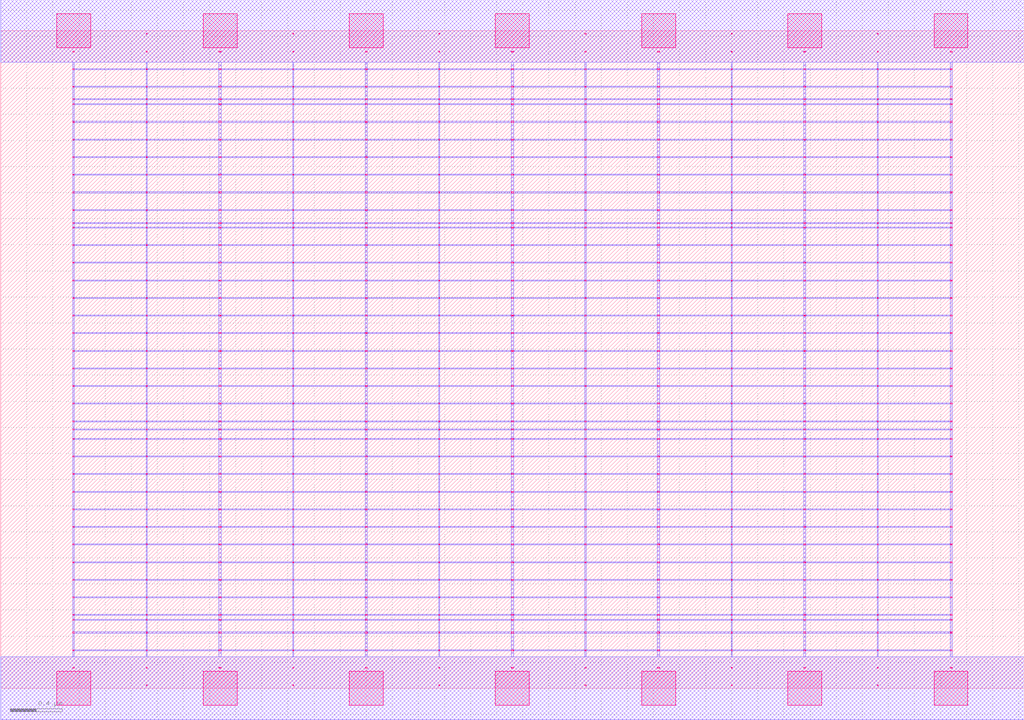
<source format=lef>
MACRO OAAOI312_DEBUG
 CLASS CORE ;
 FOREIGN OAAOI312_DEBUG 0 0 ;
 SIZE 7.84 BY 5.04 ;
 ORIGIN 0 0 ;
 SYMMETRY X Y R90 ;
 SITE unit ;

 OBS
    LAYER polycont ;
     RECT 0.55100000 2.58300000 0.56400000 2.59100000 ;
     RECT 1.11600000 2.58300000 1.12400000 2.59100000 ;
     RECT 1.67100000 2.58300000 1.68900000 2.59100000 ;
     RECT 2.23600000 2.58300000 2.24400000 2.59100000 ;
     RECT 2.79100000 2.58300000 2.80900000 2.59100000 ;
     RECT 3.35600000 2.58300000 3.36400000 2.59100000 ;
     RECT 3.91100000 2.58300000 3.92900000 2.59100000 ;
     RECT 4.47600000 2.58300000 4.48400000 2.59100000 ;
     RECT 5.03100000 2.58300000 5.04900000 2.59100000 ;
     RECT 5.59600000 2.58300000 5.60400000 2.59100000 ;
     RECT 6.15100000 2.58300000 6.16900000 2.59100000 ;
     RECT 6.71600000 2.58300000 6.72400000 2.59100000 ;
     RECT 7.27600000 2.58300000 7.28900000 2.59100000 ;
     RECT 0.55100000 2.71800000 0.56400000 2.72600000 ;
     RECT 1.11600000 2.71800000 1.12400000 2.72600000 ;
     RECT 1.67100000 2.71800000 1.68900000 2.72600000 ;
     RECT 2.23600000 2.71800000 2.24400000 2.72600000 ;
     RECT 2.79100000 2.71800000 2.80900000 2.72600000 ;
     RECT 3.35600000 2.71800000 3.36400000 2.72600000 ;
     RECT 3.91100000 2.71800000 3.92900000 2.72600000 ;
     RECT 4.47600000 2.71800000 4.48400000 2.72600000 ;
     RECT 5.03100000 2.71800000 5.04900000 2.72600000 ;
     RECT 5.59600000 2.71800000 5.60400000 2.72600000 ;
     RECT 6.15100000 2.71800000 6.16900000 2.72600000 ;
     RECT 6.71600000 2.71800000 6.72400000 2.72600000 ;
     RECT 7.27600000 2.71800000 7.28900000 2.72600000 ;
     RECT 0.55100000 2.85300000 0.56400000 2.86100000 ;
     RECT 1.11600000 2.85300000 1.12400000 2.86100000 ;
     RECT 1.67100000 2.85300000 1.68900000 2.86100000 ;
     RECT 2.23600000 2.85300000 2.24400000 2.86100000 ;
     RECT 2.79100000 2.85300000 2.80900000 2.86100000 ;
     RECT 3.35600000 2.85300000 3.36400000 2.86100000 ;
     RECT 3.91100000 2.85300000 3.92900000 2.86100000 ;
     RECT 4.47600000 2.85300000 4.48400000 2.86100000 ;
     RECT 5.03100000 2.85300000 5.04900000 2.86100000 ;
     RECT 5.59600000 2.85300000 5.60400000 2.86100000 ;
     RECT 6.15100000 2.85300000 6.16900000 2.86100000 ;
     RECT 6.71600000 2.85300000 6.72400000 2.86100000 ;
     RECT 7.27600000 2.85300000 7.28900000 2.86100000 ;
     RECT 0.55100000 2.98800000 0.56400000 2.99600000 ;
     RECT 1.11600000 2.98800000 1.12400000 2.99600000 ;
     RECT 1.67100000 2.98800000 1.68900000 2.99600000 ;
     RECT 2.23600000 2.98800000 2.24400000 2.99600000 ;
     RECT 2.79100000 2.98800000 2.80900000 2.99600000 ;
     RECT 3.35600000 2.98800000 3.36400000 2.99600000 ;
     RECT 3.91100000 2.98800000 3.92900000 2.99600000 ;
     RECT 4.47600000 2.98800000 4.48400000 2.99600000 ;
     RECT 5.03100000 2.98800000 5.04900000 2.99600000 ;
     RECT 5.59600000 2.98800000 5.60400000 2.99600000 ;
     RECT 6.15100000 2.98800000 6.16900000 2.99600000 ;
     RECT 6.71600000 2.98800000 6.72400000 2.99600000 ;
     RECT 7.27600000 2.98800000 7.28900000 2.99600000 ;

    LAYER pdiffc ;
     RECT 0.55100000 3.39300000 0.55900000 3.40100000 ;
     RECT 7.28100000 3.39300000 7.28900000 3.40100000 ;
     RECT 0.55100000 3.52800000 0.55900000 3.53600000 ;
     RECT 7.28100000 3.52800000 7.28900000 3.53600000 ;
     RECT 0.55100000 3.56100000 0.55900000 3.56900000 ;
     RECT 7.28100000 3.56100000 7.28900000 3.56900000 ;
     RECT 0.55100000 3.66300000 0.55900000 3.67100000 ;
     RECT 7.28100000 3.66300000 7.28900000 3.67100000 ;
     RECT 0.55100000 3.79800000 0.55900000 3.80600000 ;
     RECT 7.28100000 3.79800000 7.28900000 3.80600000 ;
     RECT 0.55100000 3.93300000 0.55900000 3.94100000 ;
     RECT 7.28100000 3.93300000 7.28900000 3.94100000 ;
     RECT 0.55100000 4.06800000 0.55900000 4.07600000 ;
     RECT 7.28100000 4.06800000 7.28900000 4.07600000 ;
     RECT 0.55100000 4.20300000 0.55900000 4.21100000 ;
     RECT 7.28100000 4.20300000 7.28900000 4.21100000 ;
     RECT 0.55100000 4.33800000 0.55900000 4.34600000 ;
     RECT 7.28100000 4.33800000 7.28900000 4.34600000 ;
     RECT 0.55100000 4.47300000 0.55900000 4.48100000 ;
     RECT 7.28100000 4.47300000 7.28900000 4.48100000 ;
     RECT 0.55100000 4.51100000 0.55900000 4.51900000 ;
     RECT 7.28100000 4.51100000 7.28900000 4.51900000 ;
     RECT 0.55100000 4.60800000 0.55900000 4.61600000 ;
     RECT 7.28100000 4.60800000 7.28900000 4.61600000 ;

    LAYER ndiffc ;
     RECT 3.91100000 0.42300000 3.92900000 0.43100000 ;
     RECT 3.91100000 0.52100000 3.92900000 0.52900000 ;
     RECT 3.91100000 0.55800000 3.92900000 0.56600000 ;
     RECT 3.91100000 0.69300000 3.92900000 0.70100000 ;
     RECT 3.91100000 0.82800000 3.92900000 0.83600000 ;
     RECT 3.91100000 0.96300000 3.92900000 0.97100000 ;
     RECT 3.91100000 1.09800000 3.92900000 1.10600000 ;
     RECT 3.91100000 1.23300000 3.92900000 1.24100000 ;
     RECT 3.91100000 1.36800000 3.92900000 1.37600000 ;
     RECT 3.91100000 1.50300000 3.92900000 1.51100000 ;
     RECT 3.91100000 1.63800000 3.92900000 1.64600000 ;
     RECT 3.91100000 1.77300000 3.92900000 1.78100000 ;
     RECT 3.91100000 1.90800000 3.92900000 1.91600000 ;
     RECT 3.91100000 1.98100000 3.92900000 1.98900000 ;
     RECT 3.91100000 2.04300000 3.92900000 2.05100000 ;
     RECT 7.27600000 0.69300000 7.28900000 0.70100000 ;
     RECT 5.03100000 0.42300000 5.04900000 0.43100000 ;
     RECT 5.03100000 0.82800000 5.04900000 0.83600000 ;
     RECT 6.15100000 0.82800000 6.16900000 0.83600000 ;
     RECT 7.27600000 0.82800000 7.28900000 0.83600000 ;
     RECT 5.03100000 0.52100000 5.04900000 0.52900000 ;
     RECT 5.03100000 0.96300000 5.04900000 0.97100000 ;
     RECT 6.15100000 0.96300000 6.16900000 0.97100000 ;
     RECT 7.27600000 0.96300000 7.28900000 0.97100000 ;
     RECT 6.15100000 0.52100000 6.16900000 0.52900000 ;
     RECT 5.03100000 1.09800000 5.04900000 1.10600000 ;
     RECT 6.15100000 1.09800000 6.16900000 1.10600000 ;
     RECT 7.27600000 1.09800000 7.28900000 1.10600000 ;
     RECT 7.27600000 0.52100000 7.28900000 0.52900000 ;
     RECT 5.03100000 1.23300000 5.04900000 1.24100000 ;
     RECT 6.15100000 1.23300000 6.16900000 1.24100000 ;
     RECT 7.27600000 1.23300000 7.28900000 1.24100000 ;
     RECT 6.15100000 0.42300000 6.16900000 0.43100000 ;
     RECT 5.03100000 1.36800000 5.04900000 1.37600000 ;
     RECT 6.15100000 1.36800000 6.16900000 1.37600000 ;
     RECT 7.27600000 1.36800000 7.28900000 1.37600000 ;
     RECT 5.03100000 0.55800000 5.04900000 0.56600000 ;
     RECT 5.03100000 1.50300000 5.04900000 1.51100000 ;
     RECT 6.15100000 1.50300000 6.16900000 1.51100000 ;
     RECT 7.27600000 1.50300000 7.28900000 1.51100000 ;
     RECT 6.15100000 0.55800000 6.16900000 0.56600000 ;
     RECT 5.03100000 1.63800000 5.04900000 1.64600000 ;
     RECT 6.15100000 1.63800000 6.16900000 1.64600000 ;
     RECT 7.27600000 1.63800000 7.28900000 1.64600000 ;
     RECT 7.27600000 0.55800000 7.28900000 0.56600000 ;
     RECT 5.03100000 1.77300000 5.04900000 1.78100000 ;
     RECT 6.15100000 1.77300000 6.16900000 1.78100000 ;
     RECT 7.27600000 1.77300000 7.28900000 1.78100000 ;
     RECT 7.27600000 0.42300000 7.28900000 0.43100000 ;
     RECT 5.03100000 1.90800000 5.04900000 1.91600000 ;
     RECT 6.15100000 1.90800000 6.16900000 1.91600000 ;
     RECT 7.27600000 1.90800000 7.28900000 1.91600000 ;
     RECT 5.03100000 0.69300000 5.04900000 0.70100000 ;
     RECT 5.03100000 1.98100000 5.04900000 1.98900000 ;
     RECT 6.15100000 1.98100000 6.16900000 1.98900000 ;
     RECT 7.27600000 1.98100000 7.28900000 1.98900000 ;
     RECT 6.15100000 0.69300000 6.16900000 0.70100000 ;
     RECT 5.03100000 2.04300000 5.04900000 2.05100000 ;
     RECT 6.15100000 2.04300000 6.16900000 2.05100000 ;
     RECT 7.27600000 2.04300000 7.28900000 2.05100000 ;
     RECT 2.79100000 0.52100000 2.80900000 0.52900000 ;
     RECT 1.67100000 0.42300000 1.68900000 0.43100000 ;
     RECT 0.55100000 0.96300000 0.56400000 0.97100000 ;
     RECT 0.55100000 1.50300000 0.56400000 1.51100000 ;
     RECT 1.67100000 1.50300000 1.68900000 1.51100000 ;
     RECT 2.79100000 1.50300000 2.80900000 1.51100000 ;
     RECT 1.67100000 0.96300000 1.68900000 0.97100000 ;
     RECT 2.79100000 0.96300000 2.80900000 0.97100000 ;
     RECT 2.79100000 0.42300000 2.80900000 0.43100000 ;
     RECT 0.55100000 0.69300000 0.56400000 0.70100000 ;
     RECT 0.55100000 1.63800000 0.56400000 1.64600000 ;
     RECT 1.67100000 1.63800000 1.68900000 1.64600000 ;
     RECT 2.79100000 1.63800000 2.80900000 1.64600000 ;
     RECT 1.67100000 0.69300000 1.68900000 0.70100000 ;
     RECT 2.79100000 0.69300000 2.80900000 0.70100000 ;
     RECT 0.55100000 1.09800000 0.56400000 1.10600000 ;
     RECT 1.67100000 1.09800000 1.68900000 1.10600000 ;
     RECT 0.55100000 1.77300000 0.56400000 1.78100000 ;
     RECT 1.67100000 1.77300000 1.68900000 1.78100000 ;
     RECT 2.79100000 1.77300000 2.80900000 1.78100000 ;
     RECT 2.79100000 1.09800000 2.80900000 1.10600000 ;
     RECT 0.55100000 0.42300000 0.56400000 0.43100000 ;
     RECT 0.55100000 0.52100000 0.56400000 0.52900000 ;
     RECT 0.55100000 0.55800000 0.56400000 0.56600000 ;
     RECT 0.55100000 1.90800000 0.56400000 1.91600000 ;
     RECT 1.67100000 1.90800000 1.68900000 1.91600000 ;
     RECT 2.79100000 1.90800000 2.80900000 1.91600000 ;
     RECT 1.67100000 0.55800000 1.68900000 0.56600000 ;
     RECT 0.55100000 1.23300000 0.56400000 1.24100000 ;
     RECT 1.67100000 1.23300000 1.68900000 1.24100000 ;
     RECT 2.79100000 1.23300000 2.80900000 1.24100000 ;
     RECT 0.55100000 1.98100000 0.56400000 1.98900000 ;
     RECT 1.67100000 1.98100000 1.68900000 1.98900000 ;
     RECT 2.79100000 1.98100000 2.80900000 1.98900000 ;
     RECT 0.55100000 0.82800000 0.56400000 0.83600000 ;
     RECT 1.67100000 0.82800000 1.68900000 0.83600000 ;
     RECT 2.79100000 0.82800000 2.80900000 0.83600000 ;
     RECT 2.79100000 0.55800000 2.80900000 0.56600000 ;
     RECT 0.55100000 2.04300000 0.56400000 2.05100000 ;
     RECT 1.67100000 2.04300000 1.68900000 2.05100000 ;
     RECT 2.79100000 2.04300000 2.80900000 2.05100000 ;
     RECT 0.55100000 1.36800000 0.56400000 1.37600000 ;
     RECT 1.67100000 1.36800000 1.68900000 1.37600000 ;
     RECT 2.79100000 1.36800000 2.80900000 1.37600000 ;
     RECT 1.67100000 0.52100000 1.68900000 0.52900000 ;

    LAYER met1 ;
     RECT 0.00000000 -0.24000000 7.84000000 0.24000000 ;
     RECT 3.91100000 0.24000000 3.92900000 0.28800000 ;
     RECT 0.55100000 0.28800000 7.28900000 0.29600000 ;
     RECT 3.91100000 0.29600000 3.92900000 0.42300000 ;
     RECT 0.55100000 0.42300000 7.28900000 0.43100000 ;
     RECT 3.91100000 0.43100000 3.92900000 0.52100000 ;
     RECT 0.55100000 0.52100000 7.28900000 0.52900000 ;
     RECT 3.91100000 0.52900000 3.92900000 0.55800000 ;
     RECT 0.55100000 0.55800000 7.28900000 0.56600000 ;
     RECT 3.91100000 0.56600000 3.92900000 0.69300000 ;
     RECT 0.55100000 0.69300000 7.28900000 0.70100000 ;
     RECT 3.91100000 0.70100000 3.92900000 0.82800000 ;
     RECT 0.55100000 0.82800000 7.28900000 0.83600000 ;
     RECT 3.91100000 0.83600000 3.92900000 0.96300000 ;
     RECT 0.55100000 0.96300000 7.28900000 0.97100000 ;
     RECT 3.91100000 0.97100000 3.92900000 1.09800000 ;
     RECT 0.55100000 1.09800000 7.28900000 1.10600000 ;
     RECT 3.91100000 1.10600000 3.92900000 1.23300000 ;
     RECT 0.55100000 1.23300000 7.28900000 1.24100000 ;
     RECT 3.91100000 1.24100000 3.92900000 1.36800000 ;
     RECT 0.55100000 1.36800000 7.28900000 1.37600000 ;
     RECT 3.91100000 1.37600000 3.92900000 1.50300000 ;
     RECT 0.55100000 1.50300000 7.28900000 1.51100000 ;
     RECT 3.91100000 1.51100000 3.92900000 1.63800000 ;
     RECT 0.55100000 1.63800000 7.28900000 1.64600000 ;
     RECT 3.91100000 1.64600000 3.92900000 1.77300000 ;
     RECT 0.55100000 1.77300000 7.28900000 1.78100000 ;
     RECT 3.91100000 1.78100000 3.92900000 1.90800000 ;
     RECT 0.55100000 1.90800000 7.28900000 1.91600000 ;
     RECT 3.91100000 1.91600000 3.92900000 1.98100000 ;
     RECT 0.55100000 1.98100000 7.28900000 1.98900000 ;
     RECT 3.91100000 1.98900000 3.92900000 2.04300000 ;
     RECT 0.55100000 2.04300000 7.28900000 2.05100000 ;
     RECT 3.91100000 2.05100000 3.92900000 2.17800000 ;
     RECT 0.55100000 2.17800000 7.28900000 2.18600000 ;
     RECT 3.91100000 2.18600000 3.92900000 2.31300000 ;
     RECT 0.55100000 2.31300000 7.28900000 2.32100000 ;
     RECT 3.91100000 2.32100000 3.92900000 2.44800000 ;
     RECT 0.55100000 2.44800000 7.28900000 2.45600000 ;
     RECT 0.55100000 2.45600000 0.56400000 2.58300000 ;
     RECT 1.11600000 2.45600000 1.12400000 2.58300000 ;
     RECT 1.67100000 2.45600000 1.68900000 2.58300000 ;
     RECT 2.23600000 2.45600000 2.24400000 2.58300000 ;
     RECT 2.79100000 2.45600000 2.80900000 2.58300000 ;
     RECT 3.35600000 2.45600000 3.36400000 2.58300000 ;
     RECT 3.91100000 2.45600000 3.92900000 2.58300000 ;
     RECT 4.47600000 2.45600000 4.48400000 2.58300000 ;
     RECT 5.03100000 2.45600000 5.04900000 2.58300000 ;
     RECT 5.59600000 2.45600000 5.60400000 2.58300000 ;
     RECT 6.15100000 2.45600000 6.16900000 2.58300000 ;
     RECT 6.71600000 2.45600000 6.72400000 2.58300000 ;
     RECT 7.27600000 2.45600000 7.28900000 2.58300000 ;
     RECT 0.55100000 2.58300000 7.28900000 2.59100000 ;
     RECT 3.91100000 2.59100000 3.92900000 2.71800000 ;
     RECT 0.55100000 2.71800000 7.28900000 2.72600000 ;
     RECT 3.91100000 2.72600000 3.92900000 2.85300000 ;
     RECT 0.55100000 2.85300000 7.28900000 2.86100000 ;
     RECT 3.91100000 2.86100000 3.92900000 2.98800000 ;
     RECT 0.55100000 2.98800000 7.28900000 2.99600000 ;
     RECT 3.91100000 2.99600000 3.92900000 3.12300000 ;
     RECT 0.55100000 3.12300000 7.28900000 3.13100000 ;
     RECT 3.91100000 3.13100000 3.92900000 3.25800000 ;
     RECT 0.55100000 3.25800000 7.28900000 3.26600000 ;
     RECT 3.91100000 3.26600000 3.92900000 3.39300000 ;
     RECT 0.55100000 3.39300000 7.28900000 3.40100000 ;
     RECT 3.91100000 3.40100000 3.92900000 3.52800000 ;
     RECT 0.55100000 3.52800000 7.28900000 3.53600000 ;
     RECT 3.91100000 3.53600000 3.92900000 3.56100000 ;
     RECT 0.55100000 3.56100000 7.28900000 3.56900000 ;
     RECT 3.91100000 3.56900000 3.92900000 3.66300000 ;
     RECT 0.55100000 3.66300000 7.28900000 3.67100000 ;
     RECT 3.91100000 3.67100000 3.92900000 3.79800000 ;
     RECT 0.55100000 3.79800000 7.28900000 3.80600000 ;
     RECT 3.91100000 3.80600000 3.92900000 3.93300000 ;
     RECT 0.55100000 3.93300000 7.28900000 3.94100000 ;
     RECT 3.91100000 3.94100000 3.92900000 4.06800000 ;
     RECT 0.55100000 4.06800000 7.28900000 4.07600000 ;
     RECT 3.91100000 4.07600000 3.92900000 4.20300000 ;
     RECT 0.55100000 4.20300000 7.28900000 4.21100000 ;
     RECT 3.91100000 4.21100000 3.92900000 4.33800000 ;
     RECT 0.55100000 4.33800000 7.28900000 4.34600000 ;
     RECT 3.91100000 4.34600000 3.92900000 4.47300000 ;
     RECT 0.55100000 4.47300000 7.28900000 4.48100000 ;
     RECT 3.91100000 4.48100000 3.92900000 4.51100000 ;
     RECT 0.55100000 4.51100000 7.28900000 4.51900000 ;
     RECT 3.91100000 4.51900000 3.92900000 4.60800000 ;
     RECT 0.55100000 4.60800000 7.28900000 4.61600000 ;
     RECT 3.91100000 4.61600000 3.92900000 4.74300000 ;
     RECT 0.55100000 4.74300000 7.28900000 4.75100000 ;
     RECT 3.91100000 4.75100000 3.92900000 4.80000000 ;
     RECT 0.00000000 4.80000000 7.84000000 5.28000000 ;
     RECT 4.47600000 3.80600000 4.48400000 3.93300000 ;
     RECT 5.03100000 3.80600000 5.04900000 3.93300000 ;
     RECT 5.59600000 3.80600000 5.60400000 3.93300000 ;
     RECT 6.15100000 3.80600000 6.16900000 3.93300000 ;
     RECT 6.71600000 3.80600000 6.72400000 3.93300000 ;
     RECT 7.27600000 3.80600000 7.28900000 3.93300000 ;
     RECT 6.15100000 3.94100000 6.16900000 4.06800000 ;
     RECT 6.71600000 3.94100000 6.72400000 4.06800000 ;
     RECT 7.27600000 3.94100000 7.28900000 4.06800000 ;
     RECT 6.15100000 4.07600000 6.16900000 4.20300000 ;
     RECT 6.71600000 4.07600000 6.72400000 4.20300000 ;
     RECT 7.27600000 4.07600000 7.28900000 4.20300000 ;
     RECT 6.15100000 4.21100000 6.16900000 4.33800000 ;
     RECT 6.71600000 4.21100000 6.72400000 4.33800000 ;
     RECT 7.27600000 4.21100000 7.28900000 4.33800000 ;
     RECT 6.15100000 4.34600000 6.16900000 4.47300000 ;
     RECT 6.71600000 4.34600000 6.72400000 4.47300000 ;
     RECT 7.27600000 4.34600000 7.28900000 4.47300000 ;
     RECT 6.15100000 4.48100000 6.16900000 4.51100000 ;
     RECT 6.71600000 4.48100000 6.72400000 4.51100000 ;
     RECT 7.27600000 4.48100000 7.28900000 4.51100000 ;
     RECT 6.15100000 4.51900000 6.16900000 4.60800000 ;
     RECT 6.71600000 4.51900000 6.72400000 4.60800000 ;
     RECT 7.27600000 4.51900000 7.28900000 4.60800000 ;
     RECT 6.15100000 4.61600000 6.16900000 4.74300000 ;
     RECT 6.71600000 4.61600000 6.72400000 4.74300000 ;
     RECT 7.27600000 4.61600000 7.28900000 4.74300000 ;
     RECT 6.15100000 4.75100000 6.16900000 4.80000000 ;
     RECT 6.71600000 4.75100000 6.72400000 4.80000000 ;
     RECT 7.27600000 4.75100000 7.28900000 4.80000000 ;
     RECT 4.47600000 4.48100000 4.48400000 4.51100000 ;
     RECT 5.03100000 4.48100000 5.04900000 4.51100000 ;
     RECT 5.59600000 4.48100000 5.60400000 4.51100000 ;
     RECT 4.47600000 4.21100000 4.48400000 4.33800000 ;
     RECT 5.03100000 4.21100000 5.04900000 4.33800000 ;
     RECT 5.59600000 4.21100000 5.60400000 4.33800000 ;
     RECT 4.47600000 4.51900000 4.48400000 4.60800000 ;
     RECT 5.03100000 4.51900000 5.04900000 4.60800000 ;
     RECT 5.59600000 4.51900000 5.60400000 4.60800000 ;
     RECT 4.47600000 4.07600000 4.48400000 4.20300000 ;
     RECT 5.03100000 4.07600000 5.04900000 4.20300000 ;
     RECT 5.59600000 4.07600000 5.60400000 4.20300000 ;
     RECT 4.47600000 4.61600000 4.48400000 4.74300000 ;
     RECT 5.03100000 4.61600000 5.04900000 4.74300000 ;
     RECT 5.59600000 4.61600000 5.60400000 4.74300000 ;
     RECT 4.47600000 4.34600000 4.48400000 4.47300000 ;
     RECT 5.03100000 4.34600000 5.04900000 4.47300000 ;
     RECT 5.59600000 4.34600000 5.60400000 4.47300000 ;
     RECT 4.47600000 4.75100000 4.48400000 4.80000000 ;
     RECT 5.03100000 4.75100000 5.04900000 4.80000000 ;
     RECT 5.59600000 4.75100000 5.60400000 4.80000000 ;
     RECT 4.47600000 3.94100000 4.48400000 4.06800000 ;
     RECT 5.03100000 3.94100000 5.04900000 4.06800000 ;
     RECT 5.59600000 3.94100000 5.60400000 4.06800000 ;
     RECT 5.03100000 3.40100000 5.04900000 3.52800000 ;
     RECT 5.59600000 3.40100000 5.60400000 3.52800000 ;
     RECT 4.47600000 3.53600000 4.48400000 3.56100000 ;
     RECT 5.03100000 3.53600000 5.04900000 3.56100000 ;
     RECT 5.59600000 3.53600000 5.60400000 3.56100000 ;
     RECT 5.59600000 2.59100000 5.60400000 2.71800000 ;
     RECT 4.47600000 3.56900000 4.48400000 3.66300000 ;
     RECT 4.47600000 2.59100000 4.48400000 2.71800000 ;
     RECT 5.03100000 2.59100000 5.04900000 2.71800000 ;
     RECT 5.03100000 3.56900000 5.04900000 3.66300000 ;
     RECT 5.59600000 3.56900000 5.60400000 3.66300000 ;
     RECT 4.47600000 2.86100000 4.48400000 2.98800000 ;
     RECT 5.03100000 2.86100000 5.04900000 2.98800000 ;
     RECT 4.47600000 2.99600000 4.48400000 3.12300000 ;
     RECT 5.03100000 2.99600000 5.04900000 3.12300000 ;
     RECT 4.47600000 3.13100000 4.48400000 3.25800000 ;
     RECT 5.03100000 3.13100000 5.04900000 3.25800000 ;
     RECT 4.47600000 3.67100000 4.48400000 3.79800000 ;
     RECT 5.03100000 3.67100000 5.04900000 3.79800000 ;
     RECT 5.59600000 3.67100000 5.60400000 3.79800000 ;
     RECT 5.59600000 2.86100000 5.60400000 2.98800000 ;
     RECT 4.47600000 2.72600000 4.48400000 2.85300000 ;
     RECT 5.03100000 2.72600000 5.04900000 2.85300000 ;
     RECT 5.59600000 3.13100000 5.60400000 3.25800000 ;
     RECT 5.59600000 2.99600000 5.60400000 3.12300000 ;
     RECT 4.47600000 3.26600000 4.48400000 3.39300000 ;
     RECT 5.03100000 3.26600000 5.04900000 3.39300000 ;
     RECT 5.59600000 3.26600000 5.60400000 3.39300000 ;
     RECT 5.59600000 2.72600000 5.60400000 2.85300000 ;
     RECT 4.47600000 3.40100000 4.48400000 3.52800000 ;
     RECT 7.27600000 3.40100000 7.28900000 3.52800000 ;
     RECT 6.71600000 2.59100000 6.72400000 2.71800000 ;
     RECT 7.27600000 2.59100000 7.28900000 2.71800000 ;
     RECT 6.71600000 2.72600000 6.72400000 2.85300000 ;
     RECT 7.27600000 2.72600000 7.28900000 2.85300000 ;
     RECT 7.27600000 3.13100000 7.28900000 3.25800000 ;
     RECT 6.15100000 2.72600000 6.16900000 2.85300000 ;
     RECT 6.15100000 3.67100000 6.16900000 3.79800000 ;
     RECT 6.71600000 3.67100000 6.72400000 3.79800000 ;
     RECT 7.27600000 3.67100000 7.28900000 3.79800000 ;
     RECT 6.15100000 3.26600000 6.16900000 3.39300000 ;
     RECT 6.15100000 2.86100000 6.16900000 2.98800000 ;
     RECT 6.15100000 3.53600000 6.16900000 3.56100000 ;
     RECT 6.71600000 3.53600000 6.72400000 3.56100000 ;
     RECT 7.27600000 3.53600000 7.28900000 3.56100000 ;
     RECT 6.71600000 3.26600000 6.72400000 3.39300000 ;
     RECT 6.15100000 2.59100000 6.16900000 2.71800000 ;
     RECT 7.27600000 3.26600000 7.28900000 3.39300000 ;
     RECT 6.15100000 2.99600000 6.16900000 3.12300000 ;
     RECT 6.71600000 2.86100000 6.72400000 2.98800000 ;
     RECT 7.27600000 2.86100000 7.28900000 2.98800000 ;
     RECT 6.15100000 3.40100000 6.16900000 3.52800000 ;
     RECT 6.15100000 3.13100000 6.16900000 3.25800000 ;
     RECT 6.71600000 3.40100000 6.72400000 3.52800000 ;
     RECT 6.15100000 3.56900000 6.16900000 3.66300000 ;
     RECT 6.71600000 3.56900000 6.72400000 3.66300000 ;
     RECT 6.71600000 2.99600000 6.72400000 3.12300000 ;
     RECT 7.27600000 2.99600000 7.28900000 3.12300000 ;
     RECT 7.27600000 3.56900000 7.28900000 3.66300000 ;
     RECT 6.71600000 3.13100000 6.72400000 3.25800000 ;
     RECT 0.55100000 3.80600000 0.56400000 3.93300000 ;
     RECT 1.11600000 3.80600000 1.12400000 3.93300000 ;
     RECT 1.67100000 3.80600000 1.68900000 3.93300000 ;
     RECT 2.23600000 3.80600000 2.24400000 3.93300000 ;
     RECT 2.79100000 3.80600000 2.80900000 3.93300000 ;
     RECT 3.35600000 3.80600000 3.36400000 3.93300000 ;
     RECT 2.23600000 4.21100000 2.24400000 4.33800000 ;
     RECT 2.79100000 4.21100000 2.80900000 4.33800000 ;
     RECT 3.35600000 4.21100000 3.36400000 4.33800000 ;
     RECT 2.23600000 4.34600000 2.24400000 4.47300000 ;
     RECT 2.79100000 4.34600000 2.80900000 4.47300000 ;
     RECT 3.35600000 4.34600000 3.36400000 4.47300000 ;
     RECT 2.23600000 4.48100000 2.24400000 4.51100000 ;
     RECT 2.79100000 4.48100000 2.80900000 4.51100000 ;
     RECT 3.35600000 4.48100000 3.36400000 4.51100000 ;
     RECT 2.23600000 4.51900000 2.24400000 4.60800000 ;
     RECT 2.79100000 4.51900000 2.80900000 4.60800000 ;
     RECT 3.35600000 4.51900000 3.36400000 4.60800000 ;
     RECT 2.23600000 4.61600000 2.24400000 4.74300000 ;
     RECT 2.79100000 4.61600000 2.80900000 4.74300000 ;
     RECT 3.35600000 4.61600000 3.36400000 4.74300000 ;
     RECT 2.23600000 3.94100000 2.24400000 4.06800000 ;
     RECT 2.79100000 3.94100000 2.80900000 4.06800000 ;
     RECT 3.35600000 3.94100000 3.36400000 4.06800000 ;
     RECT 2.23600000 4.07600000 2.24400000 4.20300000 ;
     RECT 2.23600000 4.75100000 2.24400000 4.80000000 ;
     RECT 2.79100000 4.75100000 2.80900000 4.80000000 ;
     RECT 3.35600000 4.75100000 3.36400000 4.80000000 ;
     RECT 2.79100000 4.07600000 2.80900000 4.20300000 ;
     RECT 3.35600000 4.07600000 3.36400000 4.20300000 ;
     RECT 0.55100000 4.51900000 0.56400000 4.60800000 ;
     RECT 1.11600000 4.51900000 1.12400000 4.60800000 ;
     RECT 1.67100000 4.51900000 1.68900000 4.60800000 ;
     RECT 0.55100000 4.07600000 0.56400000 4.20300000 ;
     RECT 1.11600000 4.07600000 1.12400000 4.20300000 ;
     RECT 1.67100000 4.07600000 1.68900000 4.20300000 ;
     RECT 0.55100000 4.61600000 0.56400000 4.74300000 ;
     RECT 1.11600000 4.61600000 1.12400000 4.74300000 ;
     RECT 1.67100000 4.61600000 1.68900000 4.74300000 ;
     RECT 0.55100000 4.34600000 0.56400000 4.47300000 ;
     RECT 1.11600000 4.34600000 1.12400000 4.47300000 ;
     RECT 1.67100000 4.34600000 1.68900000 4.47300000 ;
     RECT 0.55100000 3.94100000 0.56400000 4.06800000 ;
     RECT 1.11600000 3.94100000 1.12400000 4.06800000 ;
     RECT 1.67100000 3.94100000 1.68900000 4.06800000 ;
     RECT 0.55100000 4.48100000 0.56400000 4.51100000 ;
     RECT 0.55100000 4.75100000 0.56400000 4.80000000 ;
     RECT 1.11600000 4.75100000 1.12400000 4.80000000 ;
     RECT 1.67100000 4.75100000 1.68900000 4.80000000 ;
     RECT 1.11600000 4.48100000 1.12400000 4.51100000 ;
     RECT 1.67100000 4.48100000 1.68900000 4.51100000 ;
     RECT 0.55100000 4.21100000 0.56400000 4.33800000 ;
     RECT 1.11600000 4.21100000 1.12400000 4.33800000 ;
     RECT 1.67100000 4.21100000 1.68900000 4.33800000 ;
     RECT 1.67100000 3.13100000 1.68900000 3.25800000 ;
     RECT 0.55100000 2.86100000 0.56400000 2.98800000 ;
     RECT 1.67100000 2.86100000 1.68900000 2.98800000 ;
     RECT 0.55100000 3.53600000 0.56400000 3.56100000 ;
     RECT 1.11600000 3.53600000 1.12400000 3.56100000 ;
     RECT 1.67100000 3.67100000 1.68900000 3.79800000 ;
     RECT 1.67100000 3.26600000 1.68900000 3.39300000 ;
     RECT 1.67100000 3.53600000 1.68900000 3.56100000 ;
     RECT 1.11600000 2.86100000 1.12400000 2.98800000 ;
     RECT 0.55100000 3.56900000 0.56400000 3.66300000 ;
     RECT 1.11600000 3.56900000 1.12400000 3.66300000 ;
     RECT 1.67100000 3.56900000 1.68900000 3.66300000 ;
     RECT 1.67100000 2.72600000 1.68900000 2.85300000 ;
     RECT 0.55100000 2.99600000 0.56400000 3.12300000 ;
     RECT 1.11600000 2.99600000 1.12400000 3.12300000 ;
     RECT 1.67100000 3.40100000 1.68900000 3.52800000 ;
     RECT 0.55100000 2.59100000 0.56400000 2.71800000 ;
     RECT 1.11600000 2.59100000 1.12400000 2.71800000 ;
     RECT 0.55100000 2.72600000 0.56400000 2.85300000 ;
     RECT 1.11600000 2.72600000 1.12400000 2.85300000 ;
     RECT 0.55100000 3.13100000 0.56400000 3.25800000 ;
     RECT 1.67100000 2.59100000 1.68900000 2.71800000 ;
     RECT 0.55100000 3.26600000 0.56400000 3.39300000 ;
     RECT 1.11600000 3.26600000 1.12400000 3.39300000 ;
     RECT 0.55100000 3.67100000 0.56400000 3.79800000 ;
     RECT 1.11600000 3.67100000 1.12400000 3.79800000 ;
     RECT 1.11600000 3.13100000 1.12400000 3.25800000 ;
     RECT 1.67100000 2.99600000 1.68900000 3.12300000 ;
     RECT 0.55100000 3.40100000 0.56400000 3.52800000 ;
     RECT 1.11600000 3.40100000 1.12400000 3.52800000 ;
     RECT 2.79100000 3.26600000 2.80900000 3.39300000 ;
     RECT 3.35600000 3.26600000 3.36400000 3.39300000 ;
     RECT 2.23600000 3.40100000 2.24400000 3.52800000 ;
     RECT 2.23600000 3.53600000 2.24400000 3.56100000 ;
     RECT 2.79100000 3.53600000 2.80900000 3.56100000 ;
     RECT 2.79100000 2.72600000 2.80900000 2.85300000 ;
     RECT 3.35600000 2.72600000 3.36400000 2.85300000 ;
     RECT 3.35600000 3.53600000 3.36400000 3.56100000 ;
     RECT 2.79100000 2.59100000 2.80900000 2.71800000 ;
     RECT 3.35600000 2.59100000 3.36400000 2.71800000 ;
     RECT 2.23600000 2.59100000 2.24400000 2.71800000 ;
     RECT 2.23600000 2.86100000 2.24400000 2.98800000 ;
     RECT 2.79100000 3.40100000 2.80900000 3.52800000 ;
     RECT 2.23600000 3.13100000 2.24400000 3.25800000 ;
     RECT 2.79100000 3.13100000 2.80900000 3.25800000 ;
     RECT 2.23600000 3.56900000 2.24400000 3.66300000 ;
     RECT 2.79100000 3.56900000 2.80900000 3.66300000 ;
     RECT 3.35600000 3.56900000 3.36400000 3.66300000 ;
     RECT 3.35600000 3.13100000 3.36400000 3.25800000 ;
     RECT 2.23600000 2.72600000 2.24400000 2.85300000 ;
     RECT 2.79100000 2.86100000 2.80900000 2.98800000 ;
     RECT 3.35600000 2.86100000 3.36400000 2.98800000 ;
     RECT 2.23600000 3.67100000 2.24400000 3.79800000 ;
     RECT 2.79100000 3.67100000 2.80900000 3.79800000 ;
     RECT 3.35600000 3.67100000 3.36400000 3.79800000 ;
     RECT 2.23600000 2.99600000 2.24400000 3.12300000 ;
     RECT 2.79100000 2.99600000 2.80900000 3.12300000 ;
     RECT 3.35600000 2.99600000 3.36400000 3.12300000 ;
     RECT 3.35600000 3.40100000 3.36400000 3.52800000 ;
     RECT 2.23600000 3.26600000 2.24400000 3.39300000 ;
     RECT 0.55100000 1.10600000 0.56400000 1.23300000 ;
     RECT 1.11600000 1.10600000 1.12400000 1.23300000 ;
     RECT 1.67100000 1.10600000 1.68900000 1.23300000 ;
     RECT 2.23600000 1.10600000 2.24400000 1.23300000 ;
     RECT 2.79100000 1.10600000 2.80900000 1.23300000 ;
     RECT 3.35600000 1.10600000 3.36400000 1.23300000 ;
     RECT 2.23600000 1.78100000 2.24400000 1.90800000 ;
     RECT 2.79100000 1.78100000 2.80900000 1.90800000 ;
     RECT 3.35600000 1.78100000 3.36400000 1.90800000 ;
     RECT 2.23600000 1.91600000 2.24400000 1.98100000 ;
     RECT 2.79100000 1.91600000 2.80900000 1.98100000 ;
     RECT 3.35600000 1.91600000 3.36400000 1.98100000 ;
     RECT 2.23600000 1.98900000 2.24400000 2.04300000 ;
     RECT 2.79100000 1.98900000 2.80900000 2.04300000 ;
     RECT 3.35600000 1.98900000 3.36400000 2.04300000 ;
     RECT 2.23600000 2.05100000 2.24400000 2.17800000 ;
     RECT 2.79100000 2.05100000 2.80900000 2.17800000 ;
     RECT 3.35600000 2.05100000 3.36400000 2.17800000 ;
     RECT 2.23600000 2.18600000 2.24400000 2.31300000 ;
     RECT 2.79100000 2.18600000 2.80900000 2.31300000 ;
     RECT 3.35600000 2.18600000 3.36400000 2.31300000 ;
     RECT 2.23600000 2.32100000 2.24400000 2.44800000 ;
     RECT 2.79100000 2.32100000 2.80900000 2.44800000 ;
     RECT 3.35600000 2.32100000 3.36400000 2.44800000 ;
     RECT 2.23600000 1.51100000 2.24400000 1.63800000 ;
     RECT 2.79100000 1.51100000 2.80900000 1.63800000 ;
     RECT 3.35600000 1.51100000 3.36400000 1.63800000 ;
     RECT 2.23600000 1.64600000 2.24400000 1.77300000 ;
     RECT 2.79100000 1.64600000 2.80900000 1.77300000 ;
     RECT 3.35600000 1.64600000 3.36400000 1.77300000 ;
     RECT 2.23600000 1.24100000 2.24400000 1.36800000 ;
     RECT 2.79100000 1.24100000 2.80900000 1.36800000 ;
     RECT 3.35600000 1.24100000 3.36400000 1.36800000 ;
     RECT 2.23600000 1.37600000 2.24400000 1.50300000 ;
     RECT 2.79100000 1.37600000 2.80900000 1.50300000 ;
     RECT 3.35600000 1.37600000 3.36400000 1.50300000 ;
     RECT 1.67100000 2.18600000 1.68900000 2.31300000 ;
     RECT 1.67100000 1.91600000 1.68900000 1.98100000 ;
     RECT 1.11600000 1.64600000 1.12400000 1.77300000 ;
     RECT 0.55100000 1.78100000 0.56400000 1.90800000 ;
     RECT 0.55100000 2.32100000 0.56400000 2.44800000 ;
     RECT 1.11600000 2.32100000 1.12400000 2.44800000 ;
     RECT 1.67100000 2.32100000 1.68900000 2.44800000 ;
     RECT 1.11600000 1.78100000 1.12400000 1.90800000 ;
     RECT 0.55100000 1.98900000 0.56400000 2.04300000 ;
     RECT 1.11600000 1.98900000 1.12400000 2.04300000 ;
     RECT 1.67100000 1.98900000 1.68900000 2.04300000 ;
     RECT 1.67100000 1.78100000 1.68900000 1.90800000 ;
     RECT 1.67100000 1.64600000 1.68900000 1.77300000 ;
     RECT 1.67100000 1.51100000 1.68900000 1.63800000 ;
     RECT 0.55100000 2.05100000 0.56400000 2.17800000 ;
     RECT 1.11600000 2.05100000 1.12400000 2.17800000 ;
     RECT 0.55100000 1.24100000 0.56400000 1.36800000 ;
     RECT 1.11600000 1.24100000 1.12400000 1.36800000 ;
     RECT 1.67100000 1.24100000 1.68900000 1.36800000 ;
     RECT 1.67100000 2.05100000 1.68900000 2.17800000 ;
     RECT 0.55100000 1.64600000 0.56400000 1.77300000 ;
     RECT 0.55100000 1.91600000 0.56400000 1.98100000 ;
     RECT 0.55100000 1.37600000 0.56400000 1.50300000 ;
     RECT 1.11600000 1.37600000 1.12400000 1.50300000 ;
     RECT 1.67100000 1.37600000 1.68900000 1.50300000 ;
     RECT 1.11600000 1.91600000 1.12400000 1.98100000 ;
     RECT 0.55100000 2.18600000 0.56400000 2.31300000 ;
     RECT 1.11600000 2.18600000 1.12400000 2.31300000 ;
     RECT 0.55100000 1.51100000 0.56400000 1.63800000 ;
     RECT 1.11600000 1.51100000 1.12400000 1.63800000 ;
     RECT 1.67100000 0.24000000 1.68900000 0.28800000 ;
     RECT 0.55100000 0.56600000 0.56400000 0.69300000 ;
     RECT 1.67100000 0.56600000 1.68900000 0.69300000 ;
     RECT 1.11600000 0.56600000 1.12400000 0.69300000 ;
     RECT 1.11600000 0.52900000 1.12400000 0.55800000 ;
     RECT 1.67100000 0.52900000 1.68900000 0.55800000 ;
     RECT 0.55100000 0.24000000 0.56400000 0.28800000 ;
     RECT 0.55100000 0.43100000 0.56400000 0.52100000 ;
     RECT 1.11600000 0.43100000 1.12400000 0.52100000 ;
     RECT 1.11600000 0.24000000 1.12400000 0.28800000 ;
     RECT 0.55100000 0.52900000 0.56400000 0.55800000 ;
     RECT 0.55100000 0.29600000 0.56400000 0.42300000 ;
     RECT 1.11600000 0.29600000 1.12400000 0.42300000 ;
     RECT 0.55100000 0.70100000 0.56400000 0.82800000 ;
     RECT 1.11600000 0.70100000 1.12400000 0.82800000 ;
     RECT 1.67100000 0.43100000 1.68900000 0.52100000 ;
     RECT 1.67100000 0.70100000 1.68900000 0.82800000 ;
     RECT 1.67100000 0.29600000 1.68900000 0.42300000 ;
     RECT 0.55100000 0.83600000 0.56400000 0.96300000 ;
     RECT 1.11600000 0.83600000 1.12400000 0.96300000 ;
     RECT 1.67100000 0.83600000 1.68900000 0.96300000 ;
     RECT 0.55100000 0.97100000 0.56400000 1.09800000 ;
     RECT 1.11600000 0.97100000 1.12400000 1.09800000 ;
     RECT 1.67100000 0.97100000 1.68900000 1.09800000 ;
     RECT 3.35600000 0.70100000 3.36400000 0.82800000 ;
     RECT 2.23600000 0.56600000 2.24400000 0.69300000 ;
     RECT 2.23600000 0.29600000 2.24400000 0.42300000 ;
     RECT 2.79100000 0.56600000 2.80900000 0.69300000 ;
     RECT 3.35600000 0.56600000 3.36400000 0.69300000 ;
     RECT 2.79100000 0.52900000 2.80900000 0.55800000 ;
     RECT 2.23600000 0.83600000 2.24400000 0.96300000 ;
     RECT 2.79100000 0.83600000 2.80900000 0.96300000 ;
     RECT 3.35600000 0.83600000 3.36400000 0.96300000 ;
     RECT 2.79100000 0.29600000 2.80900000 0.42300000 ;
     RECT 3.35600000 0.29600000 3.36400000 0.42300000 ;
     RECT 3.35600000 0.52900000 3.36400000 0.55800000 ;
     RECT 3.35600000 0.24000000 3.36400000 0.28800000 ;
     RECT 2.23600000 0.43100000 2.24400000 0.52100000 ;
     RECT 2.79100000 0.24000000 2.80900000 0.28800000 ;
     RECT 2.23600000 0.97100000 2.24400000 1.09800000 ;
     RECT 2.79100000 0.97100000 2.80900000 1.09800000 ;
     RECT 3.35600000 0.97100000 3.36400000 1.09800000 ;
     RECT 2.23600000 0.52900000 2.24400000 0.55800000 ;
     RECT 2.23600000 0.24000000 2.24400000 0.28800000 ;
     RECT 2.79100000 0.43100000 2.80900000 0.52100000 ;
     RECT 3.35600000 0.43100000 3.36400000 0.52100000 ;
     RECT 2.23600000 0.70100000 2.24400000 0.82800000 ;
     RECT 2.79100000 0.70100000 2.80900000 0.82800000 ;
     RECT 4.47600000 1.10600000 4.48400000 1.23300000 ;
     RECT 5.03100000 1.10600000 5.04900000 1.23300000 ;
     RECT 5.59600000 1.10600000 5.60400000 1.23300000 ;
     RECT 6.15100000 1.10600000 6.16900000 1.23300000 ;
     RECT 6.71600000 1.10600000 6.72400000 1.23300000 ;
     RECT 7.27600000 1.10600000 7.28900000 1.23300000 ;
     RECT 6.15100000 1.91600000 6.16900000 1.98100000 ;
     RECT 6.71600000 1.91600000 6.72400000 1.98100000 ;
     RECT 7.27600000 1.91600000 7.28900000 1.98100000 ;
     RECT 6.15100000 1.98900000 6.16900000 2.04300000 ;
     RECT 6.71600000 1.98900000 6.72400000 2.04300000 ;
     RECT 7.27600000 1.98900000 7.28900000 2.04300000 ;
     RECT 6.15100000 2.05100000 6.16900000 2.17800000 ;
     RECT 6.71600000 2.05100000 6.72400000 2.17800000 ;
     RECT 7.27600000 2.05100000 7.28900000 2.17800000 ;
     RECT 6.15100000 1.24100000 6.16900000 1.36800000 ;
     RECT 6.71600000 1.24100000 6.72400000 1.36800000 ;
     RECT 7.27600000 1.24100000 7.28900000 1.36800000 ;
     RECT 6.15100000 2.18600000 6.16900000 2.31300000 ;
     RECT 6.71600000 2.18600000 6.72400000 2.31300000 ;
     RECT 7.27600000 2.18600000 7.28900000 2.31300000 ;
     RECT 6.15100000 1.37600000 6.16900000 1.50300000 ;
     RECT 6.15100000 2.32100000 6.16900000 2.44800000 ;
     RECT 6.71600000 2.32100000 6.72400000 2.44800000 ;
     RECT 7.27600000 2.32100000 7.28900000 2.44800000 ;
     RECT 6.71600000 1.37600000 6.72400000 1.50300000 ;
     RECT 7.27600000 1.37600000 7.28900000 1.50300000 ;
     RECT 6.15100000 1.51100000 6.16900000 1.63800000 ;
     RECT 6.71600000 1.51100000 6.72400000 1.63800000 ;
     RECT 7.27600000 1.51100000 7.28900000 1.63800000 ;
     RECT 6.15100000 1.64600000 6.16900000 1.77300000 ;
     RECT 6.71600000 1.64600000 6.72400000 1.77300000 ;
     RECT 7.27600000 1.64600000 7.28900000 1.77300000 ;
     RECT 6.15100000 1.78100000 6.16900000 1.90800000 ;
     RECT 6.71600000 1.78100000 6.72400000 1.90800000 ;
     RECT 7.27600000 1.78100000 7.28900000 1.90800000 ;
     RECT 5.03100000 1.37600000 5.04900000 1.50300000 ;
     RECT 5.59600000 1.37600000 5.60400000 1.50300000 ;
     RECT 5.59600000 2.05100000 5.60400000 2.17800000 ;
     RECT 4.47600000 2.32100000 4.48400000 2.44800000 ;
     RECT 5.03100000 2.32100000 5.04900000 2.44800000 ;
     RECT 5.59600000 2.32100000 5.60400000 2.44800000 ;
     RECT 5.03100000 1.98900000 5.04900000 2.04300000 ;
     RECT 5.59600000 1.98900000 5.60400000 2.04300000 ;
     RECT 5.59600000 1.91600000 5.60400000 1.98100000 ;
     RECT 5.59600000 1.24100000 5.60400000 1.36800000 ;
     RECT 5.03100000 1.91600000 5.04900000 1.98100000 ;
     RECT 4.47600000 1.51100000 4.48400000 1.63800000 ;
     RECT 5.03100000 1.51100000 5.04900000 1.63800000 ;
     RECT 5.59600000 1.51100000 5.60400000 1.63800000 ;
     RECT 4.47600000 1.98900000 4.48400000 2.04300000 ;
     RECT 4.47600000 1.24100000 4.48400000 1.36800000 ;
     RECT 4.47600000 2.18600000 4.48400000 2.31300000 ;
     RECT 4.47600000 1.64600000 4.48400000 1.77300000 ;
     RECT 5.03100000 1.64600000 5.04900000 1.77300000 ;
     RECT 5.59600000 1.64600000 5.60400000 1.77300000 ;
     RECT 5.03100000 2.18600000 5.04900000 2.31300000 ;
     RECT 5.59600000 2.18600000 5.60400000 2.31300000 ;
     RECT 5.03100000 1.24100000 5.04900000 1.36800000 ;
     RECT 4.47600000 1.78100000 4.48400000 1.90800000 ;
     RECT 5.03100000 1.78100000 5.04900000 1.90800000 ;
     RECT 5.59600000 1.78100000 5.60400000 1.90800000 ;
     RECT 4.47600000 2.05100000 4.48400000 2.17800000 ;
     RECT 5.03100000 2.05100000 5.04900000 2.17800000 ;
     RECT 4.47600000 1.37600000 4.48400000 1.50300000 ;
     RECT 4.47600000 1.91600000 4.48400000 1.98100000 ;
     RECT 4.47600000 0.29600000 4.48400000 0.42300000 ;
     RECT 5.03100000 0.29600000 5.04900000 0.42300000 ;
     RECT 4.47600000 0.43100000 4.48400000 0.52100000 ;
     RECT 5.03100000 0.43100000 5.04900000 0.52100000 ;
     RECT 5.59600000 0.29600000 5.60400000 0.42300000 ;
     RECT 5.59600000 0.52900000 5.60400000 0.55800000 ;
     RECT 4.47600000 0.83600000 4.48400000 0.96300000 ;
     RECT 5.03100000 0.83600000 5.04900000 0.96300000 ;
     RECT 5.59600000 0.83600000 5.60400000 0.96300000 ;
     RECT 4.47600000 0.52900000 4.48400000 0.55800000 ;
     RECT 5.59600000 0.43100000 5.60400000 0.52100000 ;
     RECT 4.47600000 0.97100000 4.48400000 1.09800000 ;
     RECT 5.03100000 0.97100000 5.04900000 1.09800000 ;
     RECT 5.59600000 0.97100000 5.60400000 1.09800000 ;
     RECT 5.03100000 0.52900000 5.04900000 0.55800000 ;
     RECT 5.59600000 0.24000000 5.60400000 0.28800000 ;
     RECT 4.47600000 0.70100000 4.48400000 0.82800000 ;
     RECT 5.03100000 0.70100000 5.04900000 0.82800000 ;
     RECT 5.59600000 0.70100000 5.60400000 0.82800000 ;
     RECT 4.47600000 0.24000000 4.48400000 0.28800000 ;
     RECT 4.47600000 0.56600000 4.48400000 0.69300000 ;
     RECT 5.03100000 0.56600000 5.04900000 0.69300000 ;
     RECT 5.59600000 0.56600000 5.60400000 0.69300000 ;
     RECT 5.03100000 0.24000000 5.04900000 0.28800000 ;
     RECT 6.15100000 0.29600000 6.16900000 0.42300000 ;
     RECT 6.15100000 0.70100000 6.16900000 0.82800000 ;
     RECT 6.15100000 0.43100000 6.16900000 0.52100000 ;
     RECT 6.71600000 0.83600000 6.72400000 0.96300000 ;
     RECT 7.27600000 0.83600000 7.28900000 0.96300000 ;
     RECT 6.15100000 0.52900000 6.16900000 0.55800000 ;
     RECT 6.15100000 0.97100000 6.16900000 1.09800000 ;
     RECT 6.71600000 0.97100000 6.72400000 1.09800000 ;
     RECT 7.27600000 0.97100000 7.28900000 1.09800000 ;
     RECT 6.71600000 0.52900000 6.72400000 0.55800000 ;
     RECT 7.27600000 0.52900000 7.28900000 0.55800000 ;
     RECT 6.71600000 0.70100000 6.72400000 0.82800000 ;
     RECT 6.71600000 0.24000000 6.72400000 0.28800000 ;
     RECT 7.27600000 0.24000000 7.28900000 0.28800000 ;
     RECT 6.15100000 0.83600000 6.16900000 0.96300000 ;
     RECT 7.27600000 0.70100000 7.28900000 0.82800000 ;
     RECT 6.15100000 0.24000000 6.16900000 0.28800000 ;
     RECT 6.71600000 0.29600000 6.72400000 0.42300000 ;
     RECT 6.15100000 0.56600000 6.16900000 0.69300000 ;
     RECT 6.71600000 0.56600000 6.72400000 0.69300000 ;
     RECT 7.27600000 0.56600000 7.28900000 0.69300000 ;
     RECT 6.71600000 0.43100000 6.72400000 0.52100000 ;
     RECT 7.27600000 0.43100000 7.28900000 0.52100000 ;
     RECT 7.27600000 0.29600000 7.28900000 0.42300000 ;

    LAYER via1 ;
     RECT 3.79000000 -0.13000000 4.05000000 0.13000000 ;
     RECT 3.91100000 0.15300000 3.92900000 0.16100000 ;
     RECT 3.91100000 0.28800000 3.92900000 0.29600000 ;
     RECT 3.91100000 0.42300000 3.92900000 0.43100000 ;
     RECT 3.91100000 0.52100000 3.92900000 0.52900000 ;
     RECT 3.91100000 0.55800000 3.92900000 0.56600000 ;
     RECT 3.91100000 0.69300000 3.92900000 0.70100000 ;
     RECT 3.91100000 0.82800000 3.92900000 0.83600000 ;
     RECT 3.91100000 0.96300000 3.92900000 0.97100000 ;
     RECT 3.91100000 1.09800000 3.92900000 1.10600000 ;
     RECT 3.91100000 1.23300000 3.92900000 1.24100000 ;
     RECT 3.91100000 1.36800000 3.92900000 1.37600000 ;
     RECT 3.91100000 1.50300000 3.92900000 1.51100000 ;
     RECT 3.91100000 1.63800000 3.92900000 1.64600000 ;
     RECT 3.91100000 1.77300000 3.92900000 1.78100000 ;
     RECT 3.91100000 1.90800000 3.92900000 1.91600000 ;
     RECT 3.91100000 1.98100000 3.92900000 1.98900000 ;
     RECT 3.91100000 2.04300000 3.92900000 2.05100000 ;
     RECT 3.91100000 2.17800000 3.92900000 2.18600000 ;
     RECT 3.91100000 2.31300000 3.92900000 2.32100000 ;
     RECT 3.91100000 2.44800000 3.92900000 2.45600000 ;
     RECT 3.91100000 2.58300000 3.92900000 2.59100000 ;
     RECT 3.91100000 2.71800000 3.92900000 2.72600000 ;
     RECT 3.91100000 2.85300000 3.92900000 2.86100000 ;
     RECT 3.91100000 2.98800000 3.92900000 2.99600000 ;
     RECT 3.91100000 3.12300000 3.92900000 3.13100000 ;
     RECT 3.91100000 3.25800000 3.92900000 3.26600000 ;
     RECT 3.91100000 3.39300000 3.92900000 3.40100000 ;
     RECT 3.91100000 3.52800000 3.92900000 3.53600000 ;
     RECT 3.91100000 3.56100000 3.92900000 3.56900000 ;
     RECT 3.91100000 3.66300000 3.92900000 3.67100000 ;
     RECT 3.91100000 3.79800000 3.92900000 3.80600000 ;
     RECT 3.91100000 3.93300000 3.92900000 3.94100000 ;
     RECT 3.91100000 4.06800000 3.92900000 4.07600000 ;
     RECT 3.91100000 4.20300000 3.92900000 4.21100000 ;
     RECT 3.91100000 4.33800000 3.92900000 4.34600000 ;
     RECT 3.91100000 4.47300000 3.92900000 4.48100000 ;
     RECT 3.91100000 4.51100000 3.92900000 4.51900000 ;
     RECT 3.91100000 4.60800000 3.92900000 4.61600000 ;
     RECT 3.91100000 4.74300000 3.92900000 4.75100000 ;
     RECT 3.91100000 4.87800000 3.92900000 4.88600000 ;
     RECT 3.79000000 4.91000000 4.05000000 5.17000000 ;
     RECT 6.15100000 3.93300000 6.16900000 3.94100000 ;
     RECT 6.71600000 3.93300000 6.72400000 3.94100000 ;
     RECT 7.27600000 3.93300000 7.28900000 3.94100000 ;
     RECT 6.15100000 4.06800000 6.16900000 4.07600000 ;
     RECT 6.71600000 4.06800000 6.72400000 4.07600000 ;
     RECT 7.27600000 4.06800000 7.28900000 4.07600000 ;
     RECT 6.15100000 4.20300000 6.16900000 4.21100000 ;
     RECT 6.71600000 4.20300000 6.72400000 4.21100000 ;
     RECT 7.27600000 4.20300000 7.28900000 4.21100000 ;
     RECT 6.15100000 4.33800000 6.16900000 4.34600000 ;
     RECT 6.71600000 4.33800000 6.72400000 4.34600000 ;
     RECT 7.27600000 4.33800000 7.28900000 4.34600000 ;
     RECT 6.15100000 4.47300000 6.16900000 4.48100000 ;
     RECT 6.71600000 4.47300000 6.72400000 4.48100000 ;
     RECT 7.27600000 4.47300000 7.28900000 4.48100000 ;
     RECT 6.15100000 4.51100000 6.16900000 4.51900000 ;
     RECT 6.71600000 4.51100000 6.72400000 4.51900000 ;
     RECT 7.27600000 4.51100000 7.28900000 4.51900000 ;
     RECT 6.15100000 4.60800000 6.16900000 4.61600000 ;
     RECT 6.71600000 4.60800000 6.72400000 4.61600000 ;
     RECT 7.27600000 4.60800000 7.28900000 4.61600000 ;
     RECT 6.15100000 4.74300000 6.16900000 4.75100000 ;
     RECT 6.71600000 4.74300000 6.72400000 4.75100000 ;
     RECT 7.27600000 4.74300000 7.28900000 4.75100000 ;
     RECT 6.15100000 4.87800000 6.16900000 4.88600000 ;
     RECT 6.71600000 4.87800000 6.72400000 4.88600000 ;
     RECT 7.27600000 4.87800000 7.28900000 4.88600000 ;
     RECT 6.71600000 5.01300000 6.72400000 5.02100000 ;
     RECT 6.03000000 4.91000000 6.29000000 5.17000000 ;
     RECT 7.15000000 4.91000000 7.41000000 5.17000000 ;
     RECT 4.47600000 4.51100000 4.48400000 4.51900000 ;
     RECT 5.03100000 4.51100000 5.04900000 4.51900000 ;
     RECT 5.59600000 4.51100000 5.60400000 4.51900000 ;
     RECT 4.47600000 4.06800000 4.48400000 4.07600000 ;
     RECT 5.03100000 4.06800000 5.04900000 4.07600000 ;
     RECT 5.59600000 4.06800000 5.60400000 4.07600000 ;
     RECT 4.47600000 4.60800000 4.48400000 4.61600000 ;
     RECT 5.03100000 4.60800000 5.04900000 4.61600000 ;
     RECT 5.59600000 4.60800000 5.60400000 4.61600000 ;
     RECT 4.47600000 4.33800000 4.48400000 4.34600000 ;
     RECT 5.03100000 4.33800000 5.04900000 4.34600000 ;
     RECT 5.59600000 4.33800000 5.60400000 4.34600000 ;
     RECT 4.47600000 4.74300000 4.48400000 4.75100000 ;
     RECT 5.03100000 4.74300000 5.04900000 4.75100000 ;
     RECT 5.59600000 4.74300000 5.60400000 4.75100000 ;
     RECT 4.47600000 3.93300000 4.48400000 3.94100000 ;
     RECT 5.03100000 3.93300000 5.04900000 3.94100000 ;
     RECT 5.59600000 3.93300000 5.60400000 3.94100000 ;
     RECT 4.47600000 4.87800000 4.48400000 4.88600000 ;
     RECT 5.03100000 4.87800000 5.04900000 4.88600000 ;
     RECT 5.59600000 4.87800000 5.60400000 4.88600000 ;
     RECT 4.47600000 4.47300000 4.48400000 4.48100000 ;
     RECT 5.03100000 4.47300000 5.04900000 4.48100000 ;
     RECT 5.59600000 4.47300000 5.60400000 4.48100000 ;
     RECT 4.47600000 5.01300000 4.48400000 5.02100000 ;
     RECT 5.59600000 5.01300000 5.60400000 5.02100000 ;
     RECT 4.47600000 4.20300000 4.48400000 4.21100000 ;
     RECT 4.91000000 4.91000000 5.17000000 5.17000000 ;
     RECT 5.03100000 4.20300000 5.04900000 4.21100000 ;
     RECT 5.59600000 4.20300000 5.60400000 4.21100000 ;
     RECT 5.59600000 2.58300000 5.60400000 2.59100000 ;
     RECT 5.03100000 2.85300000 5.04900000 2.86100000 ;
     RECT 4.47600000 2.98800000 4.48400000 2.99600000 ;
     RECT 5.03100000 2.98800000 5.04900000 2.99600000 ;
     RECT 5.59600000 2.98800000 5.60400000 2.99600000 ;
     RECT 4.47600000 3.12300000 4.48400000 3.13100000 ;
     RECT 5.03100000 3.12300000 5.04900000 3.13100000 ;
     RECT 5.59600000 3.12300000 5.60400000 3.13100000 ;
     RECT 5.59600000 2.85300000 5.60400000 2.86100000 ;
     RECT 4.47600000 3.25800000 4.48400000 3.26600000 ;
     RECT 5.03100000 3.25800000 5.04900000 3.26600000 ;
     RECT 5.59600000 3.25800000 5.60400000 3.26600000 ;
     RECT 4.47600000 3.39300000 4.48400000 3.40100000 ;
     RECT 5.03100000 3.39300000 5.04900000 3.40100000 ;
     RECT 5.59600000 3.39300000 5.60400000 3.40100000 ;
     RECT 4.47600000 2.58300000 4.48400000 2.59100000 ;
     RECT 4.47600000 3.52800000 4.48400000 3.53600000 ;
     RECT 5.03100000 3.52800000 5.04900000 3.53600000 ;
     RECT 5.59600000 3.52800000 5.60400000 3.53600000 ;
     RECT 4.47600000 2.71800000 4.48400000 2.72600000 ;
     RECT 5.03100000 2.58300000 5.04900000 2.59100000 ;
     RECT 4.47600000 3.56100000 4.48400000 3.56900000 ;
     RECT 5.03100000 3.56100000 5.04900000 3.56900000 ;
     RECT 5.59600000 3.56100000 5.60400000 3.56900000 ;
     RECT 5.03100000 2.71800000 5.04900000 2.72600000 ;
     RECT 4.47600000 3.66300000 4.48400000 3.67100000 ;
     RECT 5.03100000 3.66300000 5.04900000 3.67100000 ;
     RECT 4.47600000 2.85300000 4.48400000 2.86100000 ;
     RECT 5.59600000 3.66300000 5.60400000 3.67100000 ;
     RECT 5.59600000 2.71800000 5.60400000 2.72600000 ;
     RECT 4.47600000 3.79800000 4.48400000 3.80600000 ;
     RECT 5.03100000 3.79800000 5.04900000 3.80600000 ;
     RECT 5.59600000 3.79800000 5.60400000 3.80600000 ;
     RECT 6.71600000 2.71800000 6.72400000 2.72600000 ;
     RECT 6.71600000 2.98800000 6.72400000 2.99600000 ;
     RECT 6.15100000 3.25800000 6.16900000 3.26600000 ;
     RECT 6.71600000 3.25800000 6.72400000 3.26600000 ;
     RECT 7.27600000 3.25800000 7.28900000 3.26600000 ;
     RECT 6.15100000 3.56100000 6.16900000 3.56900000 ;
     RECT 6.71600000 3.56100000 6.72400000 3.56900000 ;
     RECT 7.27600000 2.71800000 7.28900000 2.72600000 ;
     RECT 7.27600000 3.56100000 7.28900000 3.56900000 ;
     RECT 7.27600000 2.58300000 7.28900000 2.59100000 ;
     RECT 7.27600000 2.98800000 7.28900000 2.99600000 ;
     RECT 6.15100000 3.12300000 6.16900000 3.13100000 ;
     RECT 6.15100000 2.85300000 6.16900000 2.86100000 ;
     RECT 6.71600000 3.12300000 6.72400000 3.13100000 ;
     RECT 6.15100000 3.66300000 6.16900000 3.67100000 ;
     RECT 6.71600000 3.66300000 6.72400000 3.67100000 ;
     RECT 7.27600000 3.66300000 7.28900000 3.67100000 ;
     RECT 6.15100000 3.39300000 6.16900000 3.40100000 ;
     RECT 6.71600000 3.39300000 6.72400000 3.40100000 ;
     RECT 6.71600000 2.85300000 6.72400000 2.86100000 ;
     RECT 7.27600000 3.39300000 7.28900000 3.40100000 ;
     RECT 7.27600000 3.12300000 7.28900000 3.13100000 ;
     RECT 6.15100000 3.79800000 6.16900000 3.80600000 ;
     RECT 6.71600000 3.79800000 6.72400000 3.80600000 ;
     RECT 7.27600000 3.79800000 7.28900000 3.80600000 ;
     RECT 6.15100000 2.71800000 6.16900000 2.72600000 ;
     RECT 6.71600000 2.58300000 6.72400000 2.59100000 ;
     RECT 6.15100000 2.58300000 6.16900000 2.59100000 ;
     RECT 6.15100000 2.98800000 6.16900000 2.99600000 ;
     RECT 7.27600000 2.85300000 7.28900000 2.86100000 ;
     RECT 6.15100000 3.52800000 6.16900000 3.53600000 ;
     RECT 6.71600000 3.52800000 6.72400000 3.53600000 ;
     RECT 7.27600000 3.52800000 7.28900000 3.53600000 ;
     RECT 2.79100000 3.93300000 2.80900000 3.94100000 ;
     RECT 3.35600000 3.93300000 3.36400000 3.94100000 ;
     RECT 2.23600000 4.06800000 2.24400000 4.07600000 ;
     RECT 2.79100000 4.06800000 2.80900000 4.07600000 ;
     RECT 3.35600000 4.06800000 3.36400000 4.07600000 ;
     RECT 2.23600000 4.20300000 2.24400000 4.21100000 ;
     RECT 2.79100000 4.20300000 2.80900000 4.21100000 ;
     RECT 3.35600000 4.20300000 3.36400000 4.21100000 ;
     RECT 2.23600000 4.33800000 2.24400000 4.34600000 ;
     RECT 2.79100000 4.33800000 2.80900000 4.34600000 ;
     RECT 3.35600000 4.33800000 3.36400000 4.34600000 ;
     RECT 2.23600000 4.47300000 2.24400000 4.48100000 ;
     RECT 2.79100000 4.47300000 2.80900000 4.48100000 ;
     RECT 3.35600000 4.47300000 3.36400000 4.48100000 ;
     RECT 2.23600000 4.51100000 2.24400000 4.51900000 ;
     RECT 2.79100000 4.51100000 2.80900000 4.51900000 ;
     RECT 3.35600000 4.51100000 3.36400000 4.51900000 ;
     RECT 2.23600000 4.60800000 2.24400000 4.61600000 ;
     RECT 2.79100000 4.60800000 2.80900000 4.61600000 ;
     RECT 3.35600000 4.60800000 3.36400000 4.61600000 ;
     RECT 2.23600000 4.74300000 2.24400000 4.75100000 ;
     RECT 2.79100000 4.74300000 2.80900000 4.75100000 ;
     RECT 3.35600000 4.74300000 3.36400000 4.75100000 ;
     RECT 2.23600000 4.87800000 2.24400000 4.88600000 ;
     RECT 2.79100000 4.87800000 2.80900000 4.88600000 ;
     RECT 3.35600000 4.87800000 3.36400000 4.88600000 ;
     RECT 2.23600000 5.01300000 2.24400000 5.02100000 ;
     RECT 3.35600000 5.01300000 3.36400000 5.02100000 ;
     RECT 2.67000000 4.91000000 2.93000000 5.17000000 ;
     RECT 2.23600000 3.93300000 2.24400000 3.94100000 ;
     RECT 1.11600000 4.33800000 1.12400000 4.34600000 ;
     RECT 1.67100000 4.33800000 1.68900000 4.34600000 ;
     RECT 0.55100000 4.60800000 0.56400000 4.61600000 ;
     RECT 1.11600000 4.60800000 1.12400000 4.61600000 ;
     RECT 1.67100000 4.60800000 1.68900000 4.61600000 ;
     RECT 0.55100000 4.20300000 0.56400000 4.21100000 ;
     RECT 1.11600000 4.20300000 1.12400000 4.21100000 ;
     RECT 1.67100000 4.20300000 1.68900000 4.21100000 ;
     RECT 0.55100000 4.74300000 0.56400000 4.75100000 ;
     RECT 1.11600000 4.74300000 1.12400000 4.75100000 ;
     RECT 1.67100000 4.74300000 1.68900000 4.75100000 ;
     RECT 0.55100000 4.47300000 0.56400000 4.48100000 ;
     RECT 1.11600000 4.47300000 1.12400000 4.48100000 ;
     RECT 1.67100000 4.47300000 1.68900000 4.48100000 ;
     RECT 0.55100000 4.87800000 0.56400000 4.88600000 ;
     RECT 1.11600000 4.87800000 1.12400000 4.88600000 ;
     RECT 1.67100000 4.87800000 1.68900000 4.88600000 ;
     RECT 0.55100000 4.06800000 0.56400000 4.07600000 ;
     RECT 1.11600000 4.06800000 1.12400000 4.07600000 ;
     RECT 1.67100000 4.06800000 1.68900000 4.07600000 ;
     RECT 1.11600000 5.01300000 1.12400000 5.02100000 ;
     RECT 0.55100000 4.51100000 0.56400000 4.51900000 ;
     RECT 1.11600000 4.51100000 1.12400000 4.51900000 ;
     RECT 0.43000000 4.91000000 0.69000000 5.17000000 ;
     RECT 1.55000000 4.91000000 1.81000000 5.17000000 ;
     RECT 1.67100000 4.51100000 1.68900000 4.51900000 ;
     RECT 0.55100000 3.93300000 0.56400000 3.94100000 ;
     RECT 1.11600000 3.93300000 1.12400000 3.94100000 ;
     RECT 1.67100000 3.93300000 1.68900000 3.94100000 ;
     RECT 0.55100000 4.33800000 0.56400000 4.34600000 ;
     RECT 1.67100000 2.71800000 1.68900000 2.72600000 ;
     RECT 0.55100000 3.25800000 0.56400000 3.26600000 ;
     RECT 1.67100000 3.39300000 1.68900000 3.40100000 ;
     RECT 1.67100000 2.98800000 1.68900000 2.99600000 ;
     RECT 0.55100000 3.39300000 0.56400000 3.40100000 ;
     RECT 1.11600000 3.56100000 1.12400000 3.56900000 ;
     RECT 1.67100000 3.56100000 1.68900000 3.56900000 ;
     RECT 0.55100000 2.58300000 0.56400000 2.59100000 ;
     RECT 1.11600000 3.25800000 1.12400000 3.26600000 ;
     RECT 1.67100000 3.25800000 1.68900000 3.26600000 ;
     RECT 0.55100000 3.79800000 0.56400000 3.80600000 ;
     RECT 1.11600000 3.79800000 1.12400000 3.80600000 ;
     RECT 1.67100000 3.79800000 1.68900000 3.80600000 ;
     RECT 1.11600000 3.39300000 1.12400000 3.40100000 ;
     RECT 0.55100000 3.52800000 0.56400000 3.53600000 ;
     RECT 0.55100000 2.85300000 0.56400000 2.86100000 ;
     RECT 1.11600000 2.85300000 1.12400000 2.86100000 ;
     RECT 0.55100000 3.12300000 0.56400000 3.13100000 ;
     RECT 1.67100000 2.85300000 1.68900000 2.86100000 ;
     RECT 1.11600000 2.58300000 1.12400000 2.59100000 ;
     RECT 1.11600000 2.71800000 1.12400000 2.72600000 ;
     RECT 0.55100000 3.66300000 0.56400000 3.67100000 ;
     RECT 1.11600000 3.66300000 1.12400000 3.67100000 ;
     RECT 1.67100000 2.58300000 1.68900000 2.59100000 ;
     RECT 0.55100000 2.98800000 0.56400000 2.99600000 ;
     RECT 1.11600000 2.98800000 1.12400000 2.99600000 ;
     RECT 1.11600000 3.12300000 1.12400000 3.13100000 ;
     RECT 1.67100000 3.12300000 1.68900000 3.13100000 ;
     RECT 0.55100000 3.56100000 0.56400000 3.56900000 ;
     RECT 1.11600000 3.52800000 1.12400000 3.53600000 ;
     RECT 1.67100000 3.52800000 1.68900000 3.53600000 ;
     RECT 0.55100000 2.71800000 0.56400000 2.72600000 ;
     RECT 1.67100000 3.66300000 1.68900000 3.67100000 ;
     RECT 2.23600000 2.85300000 2.24400000 2.86100000 ;
     RECT 2.79100000 2.85300000 2.80900000 2.86100000 ;
     RECT 2.23600000 3.25800000 2.24400000 3.26600000 ;
     RECT 2.79100000 3.25800000 2.80900000 3.26600000 ;
     RECT 3.35600000 2.85300000 3.36400000 2.86100000 ;
     RECT 2.79100000 2.98800000 2.80900000 2.99600000 ;
     RECT 3.35600000 2.98800000 3.36400000 2.99600000 ;
     RECT 2.23600000 2.58300000 2.24400000 2.59100000 ;
     RECT 2.79100000 2.58300000 2.80900000 2.59100000 ;
     RECT 3.35600000 2.58300000 3.36400000 2.59100000 ;
     RECT 2.23600000 3.39300000 2.24400000 3.40100000 ;
     RECT 2.23600000 3.56100000 2.24400000 3.56900000 ;
     RECT 2.79100000 3.56100000 2.80900000 3.56900000 ;
     RECT 2.23600000 3.79800000 2.24400000 3.80600000 ;
     RECT 2.79100000 3.79800000 2.80900000 3.80600000 ;
     RECT 3.35600000 3.79800000 3.36400000 3.80600000 ;
     RECT 3.35600000 3.25800000 3.36400000 3.26600000 ;
     RECT 2.79100000 2.71800000 2.80900000 2.72600000 ;
     RECT 3.35600000 2.71800000 3.36400000 2.72600000 ;
     RECT 3.35600000 3.56100000 3.36400000 3.56900000 ;
     RECT 2.79100000 3.12300000 2.80900000 3.13100000 ;
     RECT 2.23600000 3.66300000 2.24400000 3.67100000 ;
     RECT 2.79100000 3.66300000 2.80900000 3.67100000 ;
     RECT 3.35600000 3.66300000 3.36400000 3.67100000 ;
     RECT 3.35600000 3.12300000 3.36400000 3.13100000 ;
     RECT 2.23600000 2.71800000 2.24400000 2.72600000 ;
     RECT 2.23600000 3.52800000 2.24400000 3.53600000 ;
     RECT 2.79100000 3.52800000 2.80900000 3.53600000 ;
     RECT 3.35600000 3.52800000 3.36400000 3.53600000 ;
     RECT 2.23600000 3.12300000 2.24400000 3.13100000 ;
     RECT 2.79100000 3.39300000 2.80900000 3.40100000 ;
     RECT 3.35600000 3.39300000 3.36400000 3.40100000 ;
     RECT 2.23600000 2.98800000 2.24400000 2.99600000 ;
     RECT 2.23600000 1.23300000 2.24400000 1.24100000 ;
     RECT 2.79100000 1.23300000 2.80900000 1.24100000 ;
     RECT 3.35600000 1.23300000 3.36400000 1.24100000 ;
     RECT 2.23600000 1.36800000 2.24400000 1.37600000 ;
     RECT 2.79100000 1.36800000 2.80900000 1.37600000 ;
     RECT 3.35600000 1.36800000 3.36400000 1.37600000 ;
     RECT 2.23600000 1.50300000 2.24400000 1.51100000 ;
     RECT 2.79100000 1.50300000 2.80900000 1.51100000 ;
     RECT 3.35600000 1.50300000 3.36400000 1.51100000 ;
     RECT 2.23600000 1.63800000 2.24400000 1.64600000 ;
     RECT 2.79100000 1.63800000 2.80900000 1.64600000 ;
     RECT 3.35600000 1.63800000 3.36400000 1.64600000 ;
     RECT 2.23600000 1.77300000 2.24400000 1.78100000 ;
     RECT 2.79100000 1.77300000 2.80900000 1.78100000 ;
     RECT 3.35600000 1.77300000 3.36400000 1.78100000 ;
     RECT 2.23600000 1.90800000 2.24400000 1.91600000 ;
     RECT 2.79100000 1.90800000 2.80900000 1.91600000 ;
     RECT 3.35600000 1.90800000 3.36400000 1.91600000 ;
     RECT 2.23600000 1.98100000 2.24400000 1.98900000 ;
     RECT 2.79100000 1.98100000 2.80900000 1.98900000 ;
     RECT 3.35600000 1.98100000 3.36400000 1.98900000 ;
     RECT 2.23600000 2.04300000 2.24400000 2.05100000 ;
     RECT 2.79100000 2.04300000 2.80900000 2.05100000 ;
     RECT 3.35600000 2.04300000 3.36400000 2.05100000 ;
     RECT 2.23600000 2.17800000 2.24400000 2.18600000 ;
     RECT 2.79100000 2.17800000 2.80900000 2.18600000 ;
     RECT 3.35600000 2.17800000 3.36400000 2.18600000 ;
     RECT 2.23600000 2.31300000 2.24400000 2.32100000 ;
     RECT 2.79100000 2.31300000 2.80900000 2.32100000 ;
     RECT 3.35600000 2.31300000 3.36400000 2.32100000 ;
     RECT 2.23600000 2.44800000 2.24400000 2.45600000 ;
     RECT 2.79100000 2.44800000 2.80900000 2.45600000 ;
     RECT 3.35600000 2.44800000 3.36400000 2.45600000 ;
     RECT 0.55100000 1.36800000 0.56400000 1.37600000 ;
     RECT 1.11600000 1.36800000 1.12400000 1.37600000 ;
     RECT 1.67100000 1.36800000 1.68900000 1.37600000 ;
     RECT 0.55100000 1.98100000 0.56400000 1.98900000 ;
     RECT 1.11600000 1.98100000 1.12400000 1.98900000 ;
     RECT 1.67100000 1.98100000 1.68900000 1.98900000 ;
     RECT 0.55100000 1.63800000 0.56400000 1.64600000 ;
     RECT 1.11600000 1.63800000 1.12400000 1.64600000 ;
     RECT 1.67100000 1.63800000 1.68900000 1.64600000 ;
     RECT 0.55100000 2.04300000 0.56400000 2.05100000 ;
     RECT 1.11600000 2.04300000 1.12400000 2.05100000 ;
     RECT 1.67100000 2.04300000 1.68900000 2.05100000 ;
     RECT 0.55100000 1.23300000 0.56400000 1.24100000 ;
     RECT 1.11600000 1.23300000 1.12400000 1.24100000 ;
     RECT 1.67100000 1.23300000 1.68900000 1.24100000 ;
     RECT 0.55100000 2.17800000 0.56400000 2.18600000 ;
     RECT 1.11600000 2.17800000 1.12400000 2.18600000 ;
     RECT 1.67100000 2.17800000 1.68900000 2.18600000 ;
     RECT 0.55100000 1.77300000 0.56400000 1.78100000 ;
     RECT 1.11600000 1.77300000 1.12400000 1.78100000 ;
     RECT 1.67100000 1.77300000 1.68900000 1.78100000 ;
     RECT 0.55100000 2.31300000 0.56400000 2.32100000 ;
     RECT 1.11600000 2.31300000 1.12400000 2.32100000 ;
     RECT 1.67100000 2.31300000 1.68900000 2.32100000 ;
     RECT 0.55100000 1.50300000 0.56400000 1.51100000 ;
     RECT 1.11600000 1.50300000 1.12400000 1.51100000 ;
     RECT 1.67100000 1.50300000 1.68900000 1.51100000 ;
     RECT 0.55100000 2.44800000 0.56400000 2.45600000 ;
     RECT 1.11600000 2.44800000 1.12400000 2.45600000 ;
     RECT 1.67100000 2.44800000 1.68900000 2.45600000 ;
     RECT 0.55100000 1.90800000 0.56400000 1.91600000 ;
     RECT 1.11600000 1.90800000 1.12400000 1.91600000 ;
     RECT 1.67100000 1.90800000 1.68900000 1.91600000 ;
     RECT 1.67100000 1.09800000 1.68900000 1.10600000 ;
     RECT 1.67100000 0.15300000 1.68900000 0.16100000 ;
     RECT 0.55100000 0.69300000 0.56400000 0.70100000 ;
     RECT 1.11600000 0.69300000 1.12400000 0.70100000 ;
     RECT 1.67100000 0.69300000 1.68900000 0.70100000 ;
     RECT 1.11600000 0.01800000 1.12400000 0.02600000 ;
     RECT 1.11600000 0.28800000 1.12400000 0.29600000 ;
     RECT 0.55100000 0.82800000 0.56400000 0.83600000 ;
     RECT 1.11600000 0.82800000 1.12400000 0.83600000 ;
     RECT 1.67100000 0.82800000 1.68900000 0.83600000 ;
     RECT 0.55100000 0.15300000 0.56400000 0.16100000 ;
     RECT 0.55100000 0.96300000 0.56400000 0.97100000 ;
     RECT 1.11600000 0.96300000 1.12400000 0.97100000 ;
     RECT 1.67100000 0.28800000 1.68900000 0.29600000 ;
     RECT 1.67100000 0.96300000 1.68900000 0.97100000 ;
     RECT 1.11600000 0.15300000 1.12400000 0.16100000 ;
     RECT 0.55100000 1.09800000 0.56400000 1.10600000 ;
     RECT 1.11600000 1.09800000 1.12400000 1.10600000 ;
     RECT 0.55100000 0.28800000 0.56400000 0.29600000 ;
     RECT 0.55100000 0.42300000 0.56400000 0.43100000 ;
     RECT 1.11600000 0.42300000 1.12400000 0.43100000 ;
     RECT 1.67100000 0.42300000 1.68900000 0.43100000 ;
     RECT 0.43000000 -0.13000000 0.69000000 0.13000000 ;
     RECT 0.55100000 0.52100000 0.56400000 0.52900000 ;
     RECT 1.11600000 0.52100000 1.12400000 0.52900000 ;
     RECT 1.67100000 0.52100000 1.68900000 0.52900000 ;
     RECT 1.55000000 -0.13000000 1.81000000 0.13000000 ;
     RECT 0.55100000 0.55800000 0.56400000 0.56600000 ;
     RECT 1.11600000 0.55800000 1.12400000 0.56600000 ;
     RECT 1.67100000 0.55800000 1.68900000 0.56600000 ;
     RECT 2.79100000 0.82800000 2.80900000 0.83600000 ;
     RECT 3.35600000 0.28800000 3.36400000 0.29600000 ;
     RECT 3.35600000 0.82800000 3.36400000 0.83600000 ;
     RECT 3.35600000 0.15300000 3.36400000 0.16100000 ;
     RECT 2.23600000 0.15300000 2.24400000 0.16100000 ;
     RECT 2.79100000 0.69300000 2.80900000 0.70100000 ;
     RECT 2.23600000 0.28800000 2.24400000 0.29600000 ;
     RECT 3.35600000 0.69300000 3.36400000 0.70100000 ;
     RECT 3.35600000 0.01800000 3.36400000 0.02600000 ;
     RECT 2.23600000 1.09800000 2.24400000 1.10600000 ;
     RECT 2.79100000 1.09800000 2.80900000 1.10600000 ;
     RECT 3.35600000 1.09800000 3.36400000 1.10600000 ;
     RECT 2.23600000 0.42300000 2.24400000 0.43100000 ;
     RECT 2.79100000 0.42300000 2.80900000 0.43100000 ;
     RECT 3.35600000 0.42300000 3.36400000 0.43100000 ;
     RECT 2.23600000 0.01800000 2.24400000 0.02600000 ;
     RECT 2.23600000 0.69300000 2.24400000 0.70100000 ;
     RECT 2.79100000 0.28800000 2.80900000 0.29600000 ;
     RECT 2.79100000 0.15300000 2.80900000 0.16100000 ;
     RECT 2.23600000 0.52100000 2.24400000 0.52900000 ;
     RECT 2.79100000 0.52100000 2.80900000 0.52900000 ;
     RECT 3.35600000 0.52100000 3.36400000 0.52900000 ;
     RECT 2.23600000 0.82800000 2.24400000 0.83600000 ;
     RECT 2.23600000 0.96300000 2.24400000 0.97100000 ;
     RECT 2.79100000 0.96300000 2.80900000 0.97100000 ;
     RECT 3.35600000 0.96300000 3.36400000 0.97100000 ;
     RECT 2.23600000 0.55800000 2.24400000 0.56600000 ;
     RECT 2.79100000 0.55800000 2.80900000 0.56600000 ;
     RECT 3.35600000 0.55800000 3.36400000 0.56600000 ;
     RECT 2.67000000 -0.13000000 2.93000000 0.13000000 ;
     RECT 7.27600000 1.50300000 7.28900000 1.51100000 ;
     RECT 6.15100000 1.63800000 6.16900000 1.64600000 ;
     RECT 6.71600000 1.63800000 6.72400000 1.64600000 ;
     RECT 7.27600000 1.63800000 7.28900000 1.64600000 ;
     RECT 6.15100000 1.77300000 6.16900000 1.78100000 ;
     RECT 6.71600000 1.77300000 6.72400000 1.78100000 ;
     RECT 7.27600000 1.77300000 7.28900000 1.78100000 ;
     RECT 6.15100000 1.90800000 6.16900000 1.91600000 ;
     RECT 6.71600000 1.90800000 6.72400000 1.91600000 ;
     RECT 7.27600000 1.90800000 7.28900000 1.91600000 ;
     RECT 6.15100000 1.98100000 6.16900000 1.98900000 ;
     RECT 6.71600000 1.98100000 6.72400000 1.98900000 ;
     RECT 7.27600000 1.98100000 7.28900000 1.98900000 ;
     RECT 6.15100000 2.04300000 6.16900000 2.05100000 ;
     RECT 6.71600000 2.04300000 6.72400000 2.05100000 ;
     RECT 7.27600000 2.04300000 7.28900000 2.05100000 ;
     RECT 6.15100000 2.17800000 6.16900000 2.18600000 ;
     RECT 6.71600000 2.17800000 6.72400000 2.18600000 ;
     RECT 7.27600000 2.17800000 7.28900000 2.18600000 ;
     RECT 6.15100000 2.31300000 6.16900000 2.32100000 ;
     RECT 6.71600000 2.31300000 6.72400000 2.32100000 ;
     RECT 7.27600000 2.31300000 7.28900000 2.32100000 ;
     RECT 6.15100000 1.23300000 6.16900000 1.24100000 ;
     RECT 6.71600000 1.23300000 6.72400000 1.24100000 ;
     RECT 7.27600000 1.23300000 7.28900000 1.24100000 ;
     RECT 6.15100000 2.44800000 6.16900000 2.45600000 ;
     RECT 6.71600000 2.44800000 6.72400000 2.45600000 ;
     RECT 7.27600000 2.44800000 7.28900000 2.45600000 ;
     RECT 6.15100000 1.36800000 6.16900000 1.37600000 ;
     RECT 6.71600000 1.36800000 6.72400000 1.37600000 ;
     RECT 7.27600000 1.36800000 7.28900000 1.37600000 ;
     RECT 6.15100000 1.50300000 6.16900000 1.51100000 ;
     RECT 6.71600000 1.50300000 6.72400000 1.51100000 ;
     RECT 5.59600000 2.17800000 5.60400000 2.18600000 ;
     RECT 4.47600000 1.77300000 4.48400000 1.78100000 ;
     RECT 5.03100000 1.77300000 5.04900000 1.78100000 ;
     RECT 5.59600000 1.77300000 5.60400000 1.78100000 ;
     RECT 4.47600000 1.23300000 4.48400000 1.24100000 ;
     RECT 5.03100000 1.23300000 5.04900000 1.24100000 ;
     RECT 5.59600000 1.23300000 5.60400000 1.24100000 ;
     RECT 4.47600000 2.31300000 4.48400000 2.32100000 ;
     RECT 5.03100000 2.31300000 5.04900000 2.32100000 ;
     RECT 5.59600000 2.31300000 5.60400000 2.32100000 ;
     RECT 4.47600000 1.98100000 4.48400000 1.98900000 ;
     RECT 5.03100000 1.98100000 5.04900000 1.98900000 ;
     RECT 5.59600000 1.98100000 5.60400000 1.98900000 ;
     RECT 4.47600000 1.63800000 4.48400000 1.64600000 ;
     RECT 5.03100000 1.63800000 5.04900000 1.64600000 ;
     RECT 5.59600000 1.63800000 5.60400000 1.64600000 ;
     RECT 4.47600000 2.44800000 4.48400000 2.45600000 ;
     RECT 5.03100000 2.44800000 5.04900000 2.45600000 ;
     RECT 5.59600000 2.44800000 5.60400000 2.45600000 ;
     RECT 4.47600000 2.04300000 4.48400000 2.05100000 ;
     RECT 5.03100000 2.04300000 5.04900000 2.05100000 ;
     RECT 5.59600000 2.04300000 5.60400000 2.05100000 ;
     RECT 4.47600000 1.36800000 4.48400000 1.37600000 ;
     RECT 5.03100000 1.36800000 5.04900000 1.37600000 ;
     RECT 5.59600000 1.36800000 5.60400000 1.37600000 ;
     RECT 4.47600000 1.90800000 4.48400000 1.91600000 ;
     RECT 5.03100000 1.90800000 5.04900000 1.91600000 ;
     RECT 5.59600000 1.90800000 5.60400000 1.91600000 ;
     RECT 4.47600000 1.50300000 4.48400000 1.51100000 ;
     RECT 5.03100000 1.50300000 5.04900000 1.51100000 ;
     RECT 5.59600000 1.50300000 5.60400000 1.51100000 ;
     RECT 4.47600000 2.17800000 4.48400000 2.18600000 ;
     RECT 5.03100000 2.17800000 5.04900000 2.18600000 ;
     RECT 4.91000000 -0.13000000 5.17000000 0.13000000 ;
     RECT 5.59600000 0.01800000 5.60400000 0.02600000 ;
     RECT 4.47600000 0.82800000 4.48400000 0.83600000 ;
     RECT 5.03100000 0.82800000 5.04900000 0.83600000 ;
     RECT 5.59600000 0.82800000 5.60400000 0.83600000 ;
     RECT 4.47600000 0.15300000 4.48400000 0.16100000 ;
     RECT 5.59600000 1.09800000 5.60400000 1.10600000 ;
     RECT 5.59600000 0.15300000 5.60400000 0.16100000 ;
     RECT 4.47600000 0.55800000 4.48400000 0.56600000 ;
     RECT 5.03100000 0.96300000 5.04900000 0.97100000 ;
     RECT 5.59600000 0.96300000 5.60400000 0.97100000 ;
     RECT 4.47600000 0.28800000 4.48400000 0.29600000 ;
     RECT 4.47600000 0.01800000 4.48400000 0.02600000 ;
     RECT 4.47600000 0.42300000 4.48400000 0.43100000 ;
     RECT 5.03100000 0.42300000 5.04900000 0.43100000 ;
     RECT 5.03100000 0.28800000 5.04900000 0.29600000 ;
     RECT 4.47600000 0.52100000 4.48400000 0.52900000 ;
     RECT 5.03100000 0.52100000 5.04900000 0.52900000 ;
     RECT 5.03100000 0.55800000 5.04900000 0.56600000 ;
     RECT 5.59600000 0.55800000 5.60400000 0.56600000 ;
     RECT 5.59600000 0.52100000 5.60400000 0.52900000 ;
     RECT 5.59600000 0.42300000 5.60400000 0.43100000 ;
     RECT 4.47600000 0.69300000 4.48400000 0.70100000 ;
     RECT 5.03100000 0.69300000 5.04900000 0.70100000 ;
     RECT 5.59600000 0.69300000 5.60400000 0.70100000 ;
     RECT 4.47600000 0.96300000 4.48400000 0.97100000 ;
     RECT 5.59600000 0.28800000 5.60400000 0.29600000 ;
     RECT 5.03100000 0.15300000 5.04900000 0.16100000 ;
     RECT 4.47600000 1.09800000 4.48400000 1.10600000 ;
     RECT 5.03100000 1.09800000 5.04900000 1.10600000 ;
     RECT 6.71600000 0.15300000 6.72400000 0.16100000 ;
     RECT 7.27600000 0.15300000 7.28900000 0.16100000 ;
     RECT 6.71600000 0.01800000 6.72400000 0.02600000 ;
     RECT 6.71600000 0.42300000 6.72400000 0.43100000 ;
     RECT 7.27600000 0.42300000 7.28900000 0.43100000 ;
     RECT 6.15100000 0.42300000 6.16900000 0.43100000 ;
     RECT 6.15100000 0.28800000 6.16900000 0.29600000 ;
     RECT 6.71600000 0.28800000 6.72400000 0.29600000 ;
     RECT 7.27600000 0.28800000 7.28900000 0.29600000 ;
     RECT 6.03000000 -0.13000000 6.29000000 0.13000000 ;
     RECT 6.15100000 0.52100000 6.16900000 0.52900000 ;
     RECT 6.15100000 0.96300000 6.16900000 0.97100000 ;
     RECT 6.15100000 0.55800000 6.16900000 0.56600000 ;
     RECT 6.71600000 0.55800000 6.72400000 0.56600000 ;
     RECT 6.71600000 0.96300000 6.72400000 0.97100000 ;
     RECT 7.27600000 0.96300000 7.28900000 0.97100000 ;
     RECT 6.71600000 0.52100000 6.72400000 0.52900000 ;
     RECT 7.27600000 0.52100000 7.28900000 0.52900000 ;
     RECT 7.15000000 -0.13000000 7.41000000 0.13000000 ;
     RECT 6.15100000 0.82800000 6.16900000 0.83600000 ;
     RECT 6.71600000 0.82800000 6.72400000 0.83600000 ;
     RECT 6.15100000 1.09800000 6.16900000 1.10600000 ;
     RECT 6.15100000 0.69300000 6.16900000 0.70100000 ;
     RECT 6.71600000 0.69300000 6.72400000 0.70100000 ;
     RECT 7.27600000 0.69300000 7.28900000 0.70100000 ;
     RECT 6.71600000 1.09800000 6.72400000 1.10600000 ;
     RECT 7.27600000 1.09800000 7.28900000 1.10600000 ;
     RECT 7.27600000 0.82800000 7.28900000 0.83600000 ;
     RECT 6.15100000 0.15300000 6.16900000 0.16100000 ;
     RECT 7.27600000 0.55800000 7.28900000 0.56600000 ;

    LAYER met2 ;
     RECT 0.00000000 -0.24000000 7.84000000 0.24000000 ;
     RECT 3.91100000 0.24000000 3.92900000 0.28800000 ;
     RECT 0.55100000 0.28800000 7.28900000 0.29600000 ;
     RECT 3.91100000 0.29600000 3.92900000 0.42300000 ;
     RECT 0.55100000 0.42300000 7.28900000 0.43100000 ;
     RECT 3.91100000 0.43100000 3.92900000 0.52100000 ;
     RECT 0.55100000 0.52100000 7.28900000 0.52900000 ;
     RECT 3.91100000 0.52900000 3.92900000 0.55800000 ;
     RECT 0.55100000 0.55800000 7.28900000 0.56600000 ;
     RECT 3.91100000 0.56600000 3.92900000 0.69300000 ;
     RECT 0.55100000 0.69300000 7.28900000 0.70100000 ;
     RECT 3.91100000 0.70100000 3.92900000 0.82800000 ;
     RECT 0.55100000 0.82800000 7.28900000 0.83600000 ;
     RECT 3.91100000 0.83600000 3.92900000 0.96300000 ;
     RECT 0.55100000 0.96300000 7.28900000 0.97100000 ;
     RECT 3.91100000 0.97100000 3.92900000 1.09800000 ;
     RECT 0.55100000 1.09800000 7.28900000 1.10600000 ;
     RECT 3.91100000 1.10600000 3.92900000 1.23300000 ;
     RECT 0.55100000 1.23300000 7.28900000 1.24100000 ;
     RECT 3.91100000 1.24100000 3.92900000 1.36800000 ;
     RECT 0.55100000 1.36800000 7.28900000 1.37600000 ;
     RECT 3.91100000 1.37600000 3.92900000 1.50300000 ;
     RECT 0.55100000 1.50300000 7.28900000 1.51100000 ;
     RECT 3.91100000 1.51100000 3.92900000 1.63800000 ;
     RECT 0.55100000 1.63800000 7.28900000 1.64600000 ;
     RECT 3.91100000 1.64600000 3.92900000 1.77300000 ;
     RECT 0.55100000 1.77300000 7.28900000 1.78100000 ;
     RECT 3.91100000 1.78100000 3.92900000 1.90800000 ;
     RECT 0.55100000 1.90800000 7.28900000 1.91600000 ;
     RECT 3.91100000 1.91600000 3.92900000 1.98100000 ;
     RECT 0.55100000 1.98100000 7.28900000 1.98900000 ;
     RECT 3.91100000 1.98900000 3.92900000 2.04300000 ;
     RECT 0.55100000 2.04300000 7.28900000 2.05100000 ;
     RECT 3.91100000 2.05100000 3.92900000 2.17800000 ;
     RECT 0.55100000 2.17800000 7.28900000 2.18600000 ;
     RECT 3.91100000 2.18600000 3.92900000 2.31300000 ;
     RECT 0.55100000 2.31300000 7.28900000 2.32100000 ;
     RECT 3.91100000 2.32100000 3.92900000 2.44800000 ;
     RECT 0.55100000 2.44800000 7.28900000 2.45600000 ;
     RECT 0.55100000 2.45600000 0.56400000 2.58300000 ;
     RECT 1.11600000 2.45600000 1.12400000 2.58300000 ;
     RECT 1.67100000 2.45600000 1.68900000 2.58300000 ;
     RECT 2.23600000 2.45600000 2.24400000 2.58300000 ;
     RECT 2.79100000 2.45600000 2.80900000 2.58300000 ;
     RECT 3.35600000 2.45600000 3.36400000 2.58300000 ;
     RECT 3.91100000 2.45600000 3.92900000 2.58300000 ;
     RECT 4.47600000 2.45600000 4.48400000 2.58300000 ;
     RECT 5.03100000 2.45600000 5.04900000 2.58300000 ;
     RECT 5.59600000 2.45600000 5.60400000 2.58300000 ;
     RECT 6.15100000 2.45600000 6.16900000 2.58300000 ;
     RECT 6.71600000 2.45600000 6.72400000 2.58300000 ;
     RECT 7.27600000 2.45600000 7.28900000 2.58300000 ;
     RECT 0.55100000 2.58300000 7.28900000 2.59100000 ;
     RECT 3.91100000 2.59100000 3.92900000 2.71800000 ;
     RECT 0.55100000 2.71800000 7.28900000 2.72600000 ;
     RECT 3.91100000 2.72600000 3.92900000 2.85300000 ;
     RECT 0.55100000 2.85300000 7.28900000 2.86100000 ;
     RECT 3.91100000 2.86100000 3.92900000 2.98800000 ;
     RECT 0.55100000 2.98800000 7.28900000 2.99600000 ;
     RECT 3.91100000 2.99600000 3.92900000 3.12300000 ;
     RECT 0.55100000 3.12300000 7.28900000 3.13100000 ;
     RECT 3.91100000 3.13100000 3.92900000 3.25800000 ;
     RECT 0.55100000 3.25800000 7.28900000 3.26600000 ;
     RECT 3.91100000 3.26600000 3.92900000 3.39300000 ;
     RECT 0.55100000 3.39300000 7.28900000 3.40100000 ;
     RECT 3.91100000 3.40100000 3.92900000 3.52800000 ;
     RECT 0.55100000 3.52800000 7.28900000 3.53600000 ;
     RECT 3.91100000 3.53600000 3.92900000 3.56100000 ;
     RECT 0.55100000 3.56100000 7.28900000 3.56900000 ;
     RECT 3.91100000 3.56900000 3.92900000 3.66300000 ;
     RECT 0.55100000 3.66300000 7.28900000 3.67100000 ;
     RECT 3.91100000 3.67100000 3.92900000 3.79800000 ;
     RECT 0.55100000 3.79800000 7.28900000 3.80600000 ;
     RECT 3.91100000 3.80600000 3.92900000 3.93300000 ;
     RECT 0.55100000 3.93300000 7.28900000 3.94100000 ;
     RECT 3.91100000 3.94100000 3.92900000 4.06800000 ;
     RECT 0.55100000 4.06800000 7.28900000 4.07600000 ;
     RECT 3.91100000 4.07600000 3.92900000 4.20300000 ;
     RECT 0.55100000 4.20300000 7.28900000 4.21100000 ;
     RECT 3.91100000 4.21100000 3.92900000 4.33800000 ;
     RECT 0.55100000 4.33800000 7.28900000 4.34600000 ;
     RECT 3.91100000 4.34600000 3.92900000 4.47300000 ;
     RECT 0.55100000 4.47300000 7.28900000 4.48100000 ;
     RECT 3.91100000 4.48100000 3.92900000 4.51100000 ;
     RECT 0.55100000 4.51100000 7.28900000 4.51900000 ;
     RECT 3.91100000 4.51900000 3.92900000 4.60800000 ;
     RECT 0.55100000 4.60800000 7.28900000 4.61600000 ;
     RECT 3.91100000 4.61600000 3.92900000 4.74300000 ;
     RECT 0.55100000 4.74300000 7.28900000 4.75100000 ;
     RECT 3.91100000 4.75100000 3.92900000 4.80000000 ;
     RECT 0.00000000 4.80000000 7.84000000 5.28000000 ;
     RECT 4.47600000 3.80600000 4.48400000 3.93300000 ;
     RECT 5.03100000 3.80600000 5.04900000 3.93300000 ;
     RECT 5.59600000 3.80600000 5.60400000 3.93300000 ;
     RECT 6.15100000 3.80600000 6.16900000 3.93300000 ;
     RECT 6.71600000 3.80600000 6.72400000 3.93300000 ;
     RECT 7.27600000 3.80600000 7.28900000 3.93300000 ;
     RECT 6.15100000 3.94100000 6.16900000 4.06800000 ;
     RECT 6.71600000 3.94100000 6.72400000 4.06800000 ;
     RECT 7.27600000 3.94100000 7.28900000 4.06800000 ;
     RECT 6.15100000 4.07600000 6.16900000 4.20300000 ;
     RECT 6.71600000 4.07600000 6.72400000 4.20300000 ;
     RECT 7.27600000 4.07600000 7.28900000 4.20300000 ;
     RECT 6.15100000 4.21100000 6.16900000 4.33800000 ;
     RECT 6.71600000 4.21100000 6.72400000 4.33800000 ;
     RECT 7.27600000 4.21100000 7.28900000 4.33800000 ;
     RECT 6.15100000 4.34600000 6.16900000 4.47300000 ;
     RECT 6.71600000 4.34600000 6.72400000 4.47300000 ;
     RECT 7.27600000 4.34600000 7.28900000 4.47300000 ;
     RECT 6.15100000 4.48100000 6.16900000 4.51100000 ;
     RECT 6.71600000 4.48100000 6.72400000 4.51100000 ;
     RECT 7.27600000 4.48100000 7.28900000 4.51100000 ;
     RECT 6.15100000 4.51900000 6.16900000 4.60800000 ;
     RECT 6.71600000 4.51900000 6.72400000 4.60800000 ;
     RECT 7.27600000 4.51900000 7.28900000 4.60800000 ;
     RECT 6.15100000 4.61600000 6.16900000 4.74300000 ;
     RECT 6.71600000 4.61600000 6.72400000 4.74300000 ;
     RECT 7.27600000 4.61600000 7.28900000 4.74300000 ;
     RECT 6.15100000 4.75100000 6.16900000 4.80000000 ;
     RECT 6.71600000 4.75100000 6.72400000 4.80000000 ;
     RECT 7.27600000 4.75100000 7.28900000 4.80000000 ;
     RECT 4.47600000 4.48100000 4.48400000 4.51100000 ;
     RECT 5.03100000 4.48100000 5.04900000 4.51100000 ;
     RECT 5.59600000 4.48100000 5.60400000 4.51100000 ;
     RECT 4.47600000 4.21100000 4.48400000 4.33800000 ;
     RECT 5.03100000 4.21100000 5.04900000 4.33800000 ;
     RECT 5.59600000 4.21100000 5.60400000 4.33800000 ;
     RECT 4.47600000 4.51900000 4.48400000 4.60800000 ;
     RECT 5.03100000 4.51900000 5.04900000 4.60800000 ;
     RECT 5.59600000 4.51900000 5.60400000 4.60800000 ;
     RECT 4.47600000 4.07600000 4.48400000 4.20300000 ;
     RECT 5.03100000 4.07600000 5.04900000 4.20300000 ;
     RECT 5.59600000 4.07600000 5.60400000 4.20300000 ;
     RECT 4.47600000 4.61600000 4.48400000 4.74300000 ;
     RECT 5.03100000 4.61600000 5.04900000 4.74300000 ;
     RECT 5.59600000 4.61600000 5.60400000 4.74300000 ;
     RECT 4.47600000 4.34600000 4.48400000 4.47300000 ;
     RECT 5.03100000 4.34600000 5.04900000 4.47300000 ;
     RECT 5.59600000 4.34600000 5.60400000 4.47300000 ;
     RECT 4.47600000 4.75100000 4.48400000 4.80000000 ;
     RECT 5.03100000 4.75100000 5.04900000 4.80000000 ;
     RECT 5.59600000 4.75100000 5.60400000 4.80000000 ;
     RECT 4.47600000 3.94100000 4.48400000 4.06800000 ;
     RECT 5.03100000 3.94100000 5.04900000 4.06800000 ;
     RECT 5.59600000 3.94100000 5.60400000 4.06800000 ;
     RECT 5.03100000 3.40100000 5.04900000 3.52800000 ;
     RECT 5.59600000 3.40100000 5.60400000 3.52800000 ;
     RECT 4.47600000 3.53600000 4.48400000 3.56100000 ;
     RECT 5.03100000 3.53600000 5.04900000 3.56100000 ;
     RECT 5.59600000 3.53600000 5.60400000 3.56100000 ;
     RECT 5.59600000 2.59100000 5.60400000 2.71800000 ;
     RECT 4.47600000 3.56900000 4.48400000 3.66300000 ;
     RECT 4.47600000 2.59100000 4.48400000 2.71800000 ;
     RECT 5.03100000 2.59100000 5.04900000 2.71800000 ;
     RECT 5.03100000 3.56900000 5.04900000 3.66300000 ;
     RECT 5.59600000 3.56900000 5.60400000 3.66300000 ;
     RECT 4.47600000 2.86100000 4.48400000 2.98800000 ;
     RECT 5.03100000 2.86100000 5.04900000 2.98800000 ;
     RECT 4.47600000 2.99600000 4.48400000 3.12300000 ;
     RECT 5.03100000 2.99600000 5.04900000 3.12300000 ;
     RECT 4.47600000 3.13100000 4.48400000 3.25800000 ;
     RECT 5.03100000 3.13100000 5.04900000 3.25800000 ;
     RECT 4.47600000 3.67100000 4.48400000 3.79800000 ;
     RECT 5.03100000 3.67100000 5.04900000 3.79800000 ;
     RECT 5.59600000 3.67100000 5.60400000 3.79800000 ;
     RECT 5.59600000 2.86100000 5.60400000 2.98800000 ;
     RECT 4.47600000 2.72600000 4.48400000 2.85300000 ;
     RECT 5.03100000 2.72600000 5.04900000 2.85300000 ;
     RECT 5.59600000 3.13100000 5.60400000 3.25800000 ;
     RECT 5.59600000 2.99600000 5.60400000 3.12300000 ;
     RECT 4.47600000 3.26600000 4.48400000 3.39300000 ;
     RECT 5.03100000 3.26600000 5.04900000 3.39300000 ;
     RECT 5.59600000 3.26600000 5.60400000 3.39300000 ;
     RECT 5.59600000 2.72600000 5.60400000 2.85300000 ;
     RECT 4.47600000 3.40100000 4.48400000 3.52800000 ;
     RECT 7.27600000 3.40100000 7.28900000 3.52800000 ;
     RECT 6.71600000 2.59100000 6.72400000 2.71800000 ;
     RECT 7.27600000 2.59100000 7.28900000 2.71800000 ;
     RECT 6.71600000 2.72600000 6.72400000 2.85300000 ;
     RECT 7.27600000 2.72600000 7.28900000 2.85300000 ;
     RECT 7.27600000 3.13100000 7.28900000 3.25800000 ;
     RECT 6.15100000 2.72600000 6.16900000 2.85300000 ;
     RECT 6.15100000 3.67100000 6.16900000 3.79800000 ;
     RECT 6.71600000 3.67100000 6.72400000 3.79800000 ;
     RECT 7.27600000 3.67100000 7.28900000 3.79800000 ;
     RECT 6.15100000 3.26600000 6.16900000 3.39300000 ;
     RECT 6.15100000 2.86100000 6.16900000 2.98800000 ;
     RECT 6.15100000 3.53600000 6.16900000 3.56100000 ;
     RECT 6.71600000 3.53600000 6.72400000 3.56100000 ;
     RECT 7.27600000 3.53600000 7.28900000 3.56100000 ;
     RECT 6.71600000 3.26600000 6.72400000 3.39300000 ;
     RECT 6.15100000 2.59100000 6.16900000 2.71800000 ;
     RECT 7.27600000 3.26600000 7.28900000 3.39300000 ;
     RECT 6.15100000 2.99600000 6.16900000 3.12300000 ;
     RECT 6.71600000 2.86100000 6.72400000 2.98800000 ;
     RECT 7.27600000 2.86100000 7.28900000 2.98800000 ;
     RECT 6.15100000 3.40100000 6.16900000 3.52800000 ;
     RECT 6.15100000 3.13100000 6.16900000 3.25800000 ;
     RECT 6.71600000 3.40100000 6.72400000 3.52800000 ;
     RECT 6.15100000 3.56900000 6.16900000 3.66300000 ;
     RECT 6.71600000 3.56900000 6.72400000 3.66300000 ;
     RECT 6.71600000 2.99600000 6.72400000 3.12300000 ;
     RECT 7.27600000 2.99600000 7.28900000 3.12300000 ;
     RECT 7.27600000 3.56900000 7.28900000 3.66300000 ;
     RECT 6.71600000 3.13100000 6.72400000 3.25800000 ;
     RECT 0.55100000 3.80600000 0.56400000 3.93300000 ;
     RECT 1.11600000 3.80600000 1.12400000 3.93300000 ;
     RECT 1.67100000 3.80600000 1.68900000 3.93300000 ;
     RECT 2.23600000 3.80600000 2.24400000 3.93300000 ;
     RECT 2.79100000 3.80600000 2.80900000 3.93300000 ;
     RECT 3.35600000 3.80600000 3.36400000 3.93300000 ;
     RECT 2.23600000 4.21100000 2.24400000 4.33800000 ;
     RECT 2.79100000 4.21100000 2.80900000 4.33800000 ;
     RECT 3.35600000 4.21100000 3.36400000 4.33800000 ;
     RECT 2.23600000 4.34600000 2.24400000 4.47300000 ;
     RECT 2.79100000 4.34600000 2.80900000 4.47300000 ;
     RECT 3.35600000 4.34600000 3.36400000 4.47300000 ;
     RECT 2.23600000 4.48100000 2.24400000 4.51100000 ;
     RECT 2.79100000 4.48100000 2.80900000 4.51100000 ;
     RECT 3.35600000 4.48100000 3.36400000 4.51100000 ;
     RECT 2.23600000 4.51900000 2.24400000 4.60800000 ;
     RECT 2.79100000 4.51900000 2.80900000 4.60800000 ;
     RECT 3.35600000 4.51900000 3.36400000 4.60800000 ;
     RECT 2.23600000 4.61600000 2.24400000 4.74300000 ;
     RECT 2.79100000 4.61600000 2.80900000 4.74300000 ;
     RECT 3.35600000 4.61600000 3.36400000 4.74300000 ;
     RECT 2.23600000 3.94100000 2.24400000 4.06800000 ;
     RECT 2.79100000 3.94100000 2.80900000 4.06800000 ;
     RECT 3.35600000 3.94100000 3.36400000 4.06800000 ;
     RECT 2.23600000 4.07600000 2.24400000 4.20300000 ;
     RECT 2.23600000 4.75100000 2.24400000 4.80000000 ;
     RECT 2.79100000 4.75100000 2.80900000 4.80000000 ;
     RECT 3.35600000 4.75100000 3.36400000 4.80000000 ;
     RECT 2.79100000 4.07600000 2.80900000 4.20300000 ;
     RECT 3.35600000 4.07600000 3.36400000 4.20300000 ;
     RECT 0.55100000 4.51900000 0.56400000 4.60800000 ;
     RECT 1.11600000 4.51900000 1.12400000 4.60800000 ;
     RECT 1.67100000 4.51900000 1.68900000 4.60800000 ;
     RECT 0.55100000 4.07600000 0.56400000 4.20300000 ;
     RECT 1.11600000 4.07600000 1.12400000 4.20300000 ;
     RECT 1.67100000 4.07600000 1.68900000 4.20300000 ;
     RECT 0.55100000 4.61600000 0.56400000 4.74300000 ;
     RECT 1.11600000 4.61600000 1.12400000 4.74300000 ;
     RECT 1.67100000 4.61600000 1.68900000 4.74300000 ;
     RECT 0.55100000 4.34600000 0.56400000 4.47300000 ;
     RECT 1.11600000 4.34600000 1.12400000 4.47300000 ;
     RECT 1.67100000 4.34600000 1.68900000 4.47300000 ;
     RECT 0.55100000 3.94100000 0.56400000 4.06800000 ;
     RECT 1.11600000 3.94100000 1.12400000 4.06800000 ;
     RECT 1.67100000 3.94100000 1.68900000 4.06800000 ;
     RECT 0.55100000 4.48100000 0.56400000 4.51100000 ;
     RECT 0.55100000 4.75100000 0.56400000 4.80000000 ;
     RECT 1.11600000 4.75100000 1.12400000 4.80000000 ;
     RECT 1.67100000 4.75100000 1.68900000 4.80000000 ;
     RECT 1.11600000 4.48100000 1.12400000 4.51100000 ;
     RECT 1.67100000 4.48100000 1.68900000 4.51100000 ;
     RECT 0.55100000 4.21100000 0.56400000 4.33800000 ;
     RECT 1.11600000 4.21100000 1.12400000 4.33800000 ;
     RECT 1.67100000 4.21100000 1.68900000 4.33800000 ;
     RECT 1.67100000 3.13100000 1.68900000 3.25800000 ;
     RECT 0.55100000 2.86100000 0.56400000 2.98800000 ;
     RECT 1.67100000 2.86100000 1.68900000 2.98800000 ;
     RECT 0.55100000 3.53600000 0.56400000 3.56100000 ;
     RECT 1.11600000 3.53600000 1.12400000 3.56100000 ;
     RECT 1.67100000 3.67100000 1.68900000 3.79800000 ;
     RECT 1.67100000 3.26600000 1.68900000 3.39300000 ;
     RECT 1.67100000 3.53600000 1.68900000 3.56100000 ;
     RECT 1.11600000 2.86100000 1.12400000 2.98800000 ;
     RECT 0.55100000 3.56900000 0.56400000 3.66300000 ;
     RECT 1.11600000 3.56900000 1.12400000 3.66300000 ;
     RECT 1.67100000 3.56900000 1.68900000 3.66300000 ;
     RECT 1.67100000 2.72600000 1.68900000 2.85300000 ;
     RECT 0.55100000 2.99600000 0.56400000 3.12300000 ;
     RECT 1.11600000 2.99600000 1.12400000 3.12300000 ;
     RECT 1.67100000 3.40100000 1.68900000 3.52800000 ;
     RECT 0.55100000 2.59100000 0.56400000 2.71800000 ;
     RECT 1.11600000 2.59100000 1.12400000 2.71800000 ;
     RECT 0.55100000 2.72600000 0.56400000 2.85300000 ;
     RECT 1.11600000 2.72600000 1.12400000 2.85300000 ;
     RECT 0.55100000 3.13100000 0.56400000 3.25800000 ;
     RECT 1.67100000 2.59100000 1.68900000 2.71800000 ;
     RECT 0.55100000 3.26600000 0.56400000 3.39300000 ;
     RECT 1.11600000 3.26600000 1.12400000 3.39300000 ;
     RECT 0.55100000 3.67100000 0.56400000 3.79800000 ;
     RECT 1.11600000 3.67100000 1.12400000 3.79800000 ;
     RECT 1.11600000 3.13100000 1.12400000 3.25800000 ;
     RECT 1.67100000 2.99600000 1.68900000 3.12300000 ;
     RECT 0.55100000 3.40100000 0.56400000 3.52800000 ;
     RECT 1.11600000 3.40100000 1.12400000 3.52800000 ;
     RECT 2.79100000 3.26600000 2.80900000 3.39300000 ;
     RECT 3.35600000 3.26600000 3.36400000 3.39300000 ;
     RECT 2.23600000 3.40100000 2.24400000 3.52800000 ;
     RECT 2.23600000 3.53600000 2.24400000 3.56100000 ;
     RECT 2.79100000 3.53600000 2.80900000 3.56100000 ;
     RECT 2.79100000 2.72600000 2.80900000 2.85300000 ;
     RECT 3.35600000 2.72600000 3.36400000 2.85300000 ;
     RECT 3.35600000 3.53600000 3.36400000 3.56100000 ;
     RECT 2.79100000 2.59100000 2.80900000 2.71800000 ;
     RECT 3.35600000 2.59100000 3.36400000 2.71800000 ;
     RECT 2.23600000 2.59100000 2.24400000 2.71800000 ;
     RECT 2.23600000 2.86100000 2.24400000 2.98800000 ;
     RECT 2.79100000 3.40100000 2.80900000 3.52800000 ;
     RECT 2.23600000 3.13100000 2.24400000 3.25800000 ;
     RECT 2.79100000 3.13100000 2.80900000 3.25800000 ;
     RECT 2.23600000 3.56900000 2.24400000 3.66300000 ;
     RECT 2.79100000 3.56900000 2.80900000 3.66300000 ;
     RECT 3.35600000 3.56900000 3.36400000 3.66300000 ;
     RECT 3.35600000 3.13100000 3.36400000 3.25800000 ;
     RECT 2.23600000 2.72600000 2.24400000 2.85300000 ;
     RECT 2.79100000 2.86100000 2.80900000 2.98800000 ;
     RECT 3.35600000 2.86100000 3.36400000 2.98800000 ;
     RECT 2.23600000 3.67100000 2.24400000 3.79800000 ;
     RECT 2.79100000 3.67100000 2.80900000 3.79800000 ;
     RECT 3.35600000 3.67100000 3.36400000 3.79800000 ;
     RECT 2.23600000 2.99600000 2.24400000 3.12300000 ;
     RECT 2.79100000 2.99600000 2.80900000 3.12300000 ;
     RECT 3.35600000 2.99600000 3.36400000 3.12300000 ;
     RECT 3.35600000 3.40100000 3.36400000 3.52800000 ;
     RECT 2.23600000 3.26600000 2.24400000 3.39300000 ;
     RECT 0.55100000 1.10600000 0.56400000 1.23300000 ;
     RECT 1.11600000 1.10600000 1.12400000 1.23300000 ;
     RECT 1.67100000 1.10600000 1.68900000 1.23300000 ;
     RECT 2.23600000 1.10600000 2.24400000 1.23300000 ;
     RECT 2.79100000 1.10600000 2.80900000 1.23300000 ;
     RECT 3.35600000 1.10600000 3.36400000 1.23300000 ;
     RECT 2.23600000 1.78100000 2.24400000 1.90800000 ;
     RECT 2.79100000 1.78100000 2.80900000 1.90800000 ;
     RECT 3.35600000 1.78100000 3.36400000 1.90800000 ;
     RECT 2.23600000 1.91600000 2.24400000 1.98100000 ;
     RECT 2.79100000 1.91600000 2.80900000 1.98100000 ;
     RECT 3.35600000 1.91600000 3.36400000 1.98100000 ;
     RECT 2.23600000 1.98900000 2.24400000 2.04300000 ;
     RECT 2.79100000 1.98900000 2.80900000 2.04300000 ;
     RECT 3.35600000 1.98900000 3.36400000 2.04300000 ;
     RECT 2.23600000 2.05100000 2.24400000 2.17800000 ;
     RECT 2.79100000 2.05100000 2.80900000 2.17800000 ;
     RECT 3.35600000 2.05100000 3.36400000 2.17800000 ;
     RECT 2.23600000 2.18600000 2.24400000 2.31300000 ;
     RECT 2.79100000 2.18600000 2.80900000 2.31300000 ;
     RECT 3.35600000 2.18600000 3.36400000 2.31300000 ;
     RECT 2.23600000 2.32100000 2.24400000 2.44800000 ;
     RECT 2.79100000 2.32100000 2.80900000 2.44800000 ;
     RECT 3.35600000 2.32100000 3.36400000 2.44800000 ;
     RECT 2.23600000 1.51100000 2.24400000 1.63800000 ;
     RECT 2.79100000 1.51100000 2.80900000 1.63800000 ;
     RECT 3.35600000 1.51100000 3.36400000 1.63800000 ;
     RECT 2.23600000 1.64600000 2.24400000 1.77300000 ;
     RECT 2.79100000 1.64600000 2.80900000 1.77300000 ;
     RECT 3.35600000 1.64600000 3.36400000 1.77300000 ;
     RECT 2.23600000 1.24100000 2.24400000 1.36800000 ;
     RECT 2.79100000 1.24100000 2.80900000 1.36800000 ;
     RECT 3.35600000 1.24100000 3.36400000 1.36800000 ;
     RECT 2.23600000 1.37600000 2.24400000 1.50300000 ;
     RECT 2.79100000 1.37600000 2.80900000 1.50300000 ;
     RECT 3.35600000 1.37600000 3.36400000 1.50300000 ;
     RECT 1.67100000 2.18600000 1.68900000 2.31300000 ;
     RECT 1.67100000 1.91600000 1.68900000 1.98100000 ;
     RECT 1.11600000 1.64600000 1.12400000 1.77300000 ;
     RECT 0.55100000 1.78100000 0.56400000 1.90800000 ;
     RECT 0.55100000 2.32100000 0.56400000 2.44800000 ;
     RECT 1.11600000 2.32100000 1.12400000 2.44800000 ;
     RECT 1.67100000 2.32100000 1.68900000 2.44800000 ;
     RECT 1.11600000 1.78100000 1.12400000 1.90800000 ;
     RECT 0.55100000 1.98900000 0.56400000 2.04300000 ;
     RECT 1.11600000 1.98900000 1.12400000 2.04300000 ;
     RECT 1.67100000 1.98900000 1.68900000 2.04300000 ;
     RECT 1.67100000 1.78100000 1.68900000 1.90800000 ;
     RECT 1.67100000 1.64600000 1.68900000 1.77300000 ;
     RECT 1.67100000 1.51100000 1.68900000 1.63800000 ;
     RECT 0.55100000 2.05100000 0.56400000 2.17800000 ;
     RECT 1.11600000 2.05100000 1.12400000 2.17800000 ;
     RECT 0.55100000 1.24100000 0.56400000 1.36800000 ;
     RECT 1.11600000 1.24100000 1.12400000 1.36800000 ;
     RECT 1.67100000 1.24100000 1.68900000 1.36800000 ;
     RECT 1.67100000 2.05100000 1.68900000 2.17800000 ;
     RECT 0.55100000 1.64600000 0.56400000 1.77300000 ;
     RECT 0.55100000 1.91600000 0.56400000 1.98100000 ;
     RECT 0.55100000 1.37600000 0.56400000 1.50300000 ;
     RECT 1.11600000 1.37600000 1.12400000 1.50300000 ;
     RECT 1.67100000 1.37600000 1.68900000 1.50300000 ;
     RECT 1.11600000 1.91600000 1.12400000 1.98100000 ;
     RECT 0.55100000 2.18600000 0.56400000 2.31300000 ;
     RECT 1.11600000 2.18600000 1.12400000 2.31300000 ;
     RECT 0.55100000 1.51100000 0.56400000 1.63800000 ;
     RECT 1.11600000 1.51100000 1.12400000 1.63800000 ;
     RECT 1.67100000 0.24000000 1.68900000 0.28800000 ;
     RECT 0.55100000 0.56600000 0.56400000 0.69300000 ;
     RECT 1.67100000 0.56600000 1.68900000 0.69300000 ;
     RECT 1.11600000 0.56600000 1.12400000 0.69300000 ;
     RECT 1.11600000 0.52900000 1.12400000 0.55800000 ;
     RECT 1.67100000 0.52900000 1.68900000 0.55800000 ;
     RECT 0.55100000 0.24000000 0.56400000 0.28800000 ;
     RECT 0.55100000 0.43100000 0.56400000 0.52100000 ;
     RECT 1.11600000 0.43100000 1.12400000 0.52100000 ;
     RECT 1.11600000 0.24000000 1.12400000 0.28800000 ;
     RECT 0.55100000 0.52900000 0.56400000 0.55800000 ;
     RECT 0.55100000 0.29600000 0.56400000 0.42300000 ;
     RECT 1.11600000 0.29600000 1.12400000 0.42300000 ;
     RECT 0.55100000 0.70100000 0.56400000 0.82800000 ;
     RECT 1.11600000 0.70100000 1.12400000 0.82800000 ;
     RECT 1.67100000 0.43100000 1.68900000 0.52100000 ;
     RECT 1.67100000 0.70100000 1.68900000 0.82800000 ;
     RECT 1.67100000 0.29600000 1.68900000 0.42300000 ;
     RECT 0.55100000 0.83600000 0.56400000 0.96300000 ;
     RECT 1.11600000 0.83600000 1.12400000 0.96300000 ;
     RECT 1.67100000 0.83600000 1.68900000 0.96300000 ;
     RECT 0.55100000 0.97100000 0.56400000 1.09800000 ;
     RECT 1.11600000 0.97100000 1.12400000 1.09800000 ;
     RECT 1.67100000 0.97100000 1.68900000 1.09800000 ;
     RECT 3.35600000 0.70100000 3.36400000 0.82800000 ;
     RECT 2.23600000 0.56600000 2.24400000 0.69300000 ;
     RECT 2.23600000 0.29600000 2.24400000 0.42300000 ;
     RECT 2.79100000 0.56600000 2.80900000 0.69300000 ;
     RECT 3.35600000 0.56600000 3.36400000 0.69300000 ;
     RECT 2.79100000 0.52900000 2.80900000 0.55800000 ;
     RECT 2.23600000 0.83600000 2.24400000 0.96300000 ;
     RECT 2.79100000 0.83600000 2.80900000 0.96300000 ;
     RECT 3.35600000 0.83600000 3.36400000 0.96300000 ;
     RECT 2.79100000 0.29600000 2.80900000 0.42300000 ;
     RECT 3.35600000 0.29600000 3.36400000 0.42300000 ;
     RECT 3.35600000 0.52900000 3.36400000 0.55800000 ;
     RECT 3.35600000 0.24000000 3.36400000 0.28800000 ;
     RECT 2.23600000 0.43100000 2.24400000 0.52100000 ;
     RECT 2.79100000 0.24000000 2.80900000 0.28800000 ;
     RECT 2.23600000 0.97100000 2.24400000 1.09800000 ;
     RECT 2.79100000 0.97100000 2.80900000 1.09800000 ;
     RECT 3.35600000 0.97100000 3.36400000 1.09800000 ;
     RECT 2.23600000 0.52900000 2.24400000 0.55800000 ;
     RECT 2.23600000 0.24000000 2.24400000 0.28800000 ;
     RECT 2.79100000 0.43100000 2.80900000 0.52100000 ;
     RECT 3.35600000 0.43100000 3.36400000 0.52100000 ;
     RECT 2.23600000 0.70100000 2.24400000 0.82800000 ;
     RECT 2.79100000 0.70100000 2.80900000 0.82800000 ;
     RECT 4.47600000 1.10600000 4.48400000 1.23300000 ;
     RECT 5.03100000 1.10600000 5.04900000 1.23300000 ;
     RECT 5.59600000 1.10600000 5.60400000 1.23300000 ;
     RECT 6.15100000 1.10600000 6.16900000 1.23300000 ;
     RECT 6.71600000 1.10600000 6.72400000 1.23300000 ;
     RECT 7.27600000 1.10600000 7.28900000 1.23300000 ;
     RECT 6.15100000 1.91600000 6.16900000 1.98100000 ;
     RECT 6.71600000 1.91600000 6.72400000 1.98100000 ;
     RECT 7.27600000 1.91600000 7.28900000 1.98100000 ;
     RECT 6.15100000 1.98900000 6.16900000 2.04300000 ;
     RECT 6.71600000 1.98900000 6.72400000 2.04300000 ;
     RECT 7.27600000 1.98900000 7.28900000 2.04300000 ;
     RECT 6.15100000 2.05100000 6.16900000 2.17800000 ;
     RECT 6.71600000 2.05100000 6.72400000 2.17800000 ;
     RECT 7.27600000 2.05100000 7.28900000 2.17800000 ;
     RECT 6.15100000 1.24100000 6.16900000 1.36800000 ;
     RECT 6.71600000 1.24100000 6.72400000 1.36800000 ;
     RECT 7.27600000 1.24100000 7.28900000 1.36800000 ;
     RECT 6.15100000 2.18600000 6.16900000 2.31300000 ;
     RECT 6.71600000 2.18600000 6.72400000 2.31300000 ;
     RECT 7.27600000 2.18600000 7.28900000 2.31300000 ;
     RECT 6.15100000 1.37600000 6.16900000 1.50300000 ;
     RECT 6.15100000 2.32100000 6.16900000 2.44800000 ;
     RECT 6.71600000 2.32100000 6.72400000 2.44800000 ;
     RECT 7.27600000 2.32100000 7.28900000 2.44800000 ;
     RECT 6.71600000 1.37600000 6.72400000 1.50300000 ;
     RECT 7.27600000 1.37600000 7.28900000 1.50300000 ;
     RECT 6.15100000 1.51100000 6.16900000 1.63800000 ;
     RECT 6.71600000 1.51100000 6.72400000 1.63800000 ;
     RECT 7.27600000 1.51100000 7.28900000 1.63800000 ;
     RECT 6.15100000 1.64600000 6.16900000 1.77300000 ;
     RECT 6.71600000 1.64600000 6.72400000 1.77300000 ;
     RECT 7.27600000 1.64600000 7.28900000 1.77300000 ;
     RECT 6.15100000 1.78100000 6.16900000 1.90800000 ;
     RECT 6.71600000 1.78100000 6.72400000 1.90800000 ;
     RECT 7.27600000 1.78100000 7.28900000 1.90800000 ;
     RECT 5.03100000 1.37600000 5.04900000 1.50300000 ;
     RECT 5.59600000 1.37600000 5.60400000 1.50300000 ;
     RECT 5.59600000 2.05100000 5.60400000 2.17800000 ;
     RECT 4.47600000 2.32100000 4.48400000 2.44800000 ;
     RECT 5.03100000 2.32100000 5.04900000 2.44800000 ;
     RECT 5.59600000 2.32100000 5.60400000 2.44800000 ;
     RECT 5.03100000 1.98900000 5.04900000 2.04300000 ;
     RECT 5.59600000 1.98900000 5.60400000 2.04300000 ;
     RECT 5.59600000 1.91600000 5.60400000 1.98100000 ;
     RECT 5.59600000 1.24100000 5.60400000 1.36800000 ;
     RECT 5.03100000 1.91600000 5.04900000 1.98100000 ;
     RECT 4.47600000 1.51100000 4.48400000 1.63800000 ;
     RECT 5.03100000 1.51100000 5.04900000 1.63800000 ;
     RECT 5.59600000 1.51100000 5.60400000 1.63800000 ;
     RECT 4.47600000 1.98900000 4.48400000 2.04300000 ;
     RECT 4.47600000 1.24100000 4.48400000 1.36800000 ;
     RECT 4.47600000 2.18600000 4.48400000 2.31300000 ;
     RECT 4.47600000 1.64600000 4.48400000 1.77300000 ;
     RECT 5.03100000 1.64600000 5.04900000 1.77300000 ;
     RECT 5.59600000 1.64600000 5.60400000 1.77300000 ;
     RECT 5.03100000 2.18600000 5.04900000 2.31300000 ;
     RECT 5.59600000 2.18600000 5.60400000 2.31300000 ;
     RECT 5.03100000 1.24100000 5.04900000 1.36800000 ;
     RECT 4.47600000 1.78100000 4.48400000 1.90800000 ;
     RECT 5.03100000 1.78100000 5.04900000 1.90800000 ;
     RECT 5.59600000 1.78100000 5.60400000 1.90800000 ;
     RECT 4.47600000 2.05100000 4.48400000 2.17800000 ;
     RECT 5.03100000 2.05100000 5.04900000 2.17800000 ;
     RECT 4.47600000 1.37600000 4.48400000 1.50300000 ;
     RECT 4.47600000 1.91600000 4.48400000 1.98100000 ;
     RECT 4.47600000 0.29600000 4.48400000 0.42300000 ;
     RECT 5.03100000 0.29600000 5.04900000 0.42300000 ;
     RECT 4.47600000 0.43100000 4.48400000 0.52100000 ;
     RECT 5.03100000 0.43100000 5.04900000 0.52100000 ;
     RECT 5.59600000 0.29600000 5.60400000 0.42300000 ;
     RECT 5.59600000 0.52900000 5.60400000 0.55800000 ;
     RECT 4.47600000 0.83600000 4.48400000 0.96300000 ;
     RECT 5.03100000 0.83600000 5.04900000 0.96300000 ;
     RECT 5.59600000 0.83600000 5.60400000 0.96300000 ;
     RECT 4.47600000 0.52900000 4.48400000 0.55800000 ;
     RECT 5.59600000 0.43100000 5.60400000 0.52100000 ;
     RECT 4.47600000 0.97100000 4.48400000 1.09800000 ;
     RECT 5.03100000 0.97100000 5.04900000 1.09800000 ;
     RECT 5.59600000 0.97100000 5.60400000 1.09800000 ;
     RECT 5.03100000 0.52900000 5.04900000 0.55800000 ;
     RECT 5.59600000 0.24000000 5.60400000 0.28800000 ;
     RECT 4.47600000 0.70100000 4.48400000 0.82800000 ;
     RECT 5.03100000 0.70100000 5.04900000 0.82800000 ;
     RECT 5.59600000 0.70100000 5.60400000 0.82800000 ;
     RECT 4.47600000 0.24000000 4.48400000 0.28800000 ;
     RECT 4.47600000 0.56600000 4.48400000 0.69300000 ;
     RECT 5.03100000 0.56600000 5.04900000 0.69300000 ;
     RECT 5.59600000 0.56600000 5.60400000 0.69300000 ;
     RECT 5.03100000 0.24000000 5.04900000 0.28800000 ;
     RECT 6.15100000 0.29600000 6.16900000 0.42300000 ;
     RECT 6.15100000 0.70100000 6.16900000 0.82800000 ;
     RECT 6.15100000 0.43100000 6.16900000 0.52100000 ;
     RECT 6.71600000 0.83600000 6.72400000 0.96300000 ;
     RECT 7.27600000 0.83600000 7.28900000 0.96300000 ;
     RECT 6.15100000 0.52900000 6.16900000 0.55800000 ;
     RECT 6.15100000 0.97100000 6.16900000 1.09800000 ;
     RECT 6.71600000 0.97100000 6.72400000 1.09800000 ;
     RECT 7.27600000 0.97100000 7.28900000 1.09800000 ;
     RECT 6.71600000 0.52900000 6.72400000 0.55800000 ;
     RECT 7.27600000 0.52900000 7.28900000 0.55800000 ;
     RECT 6.71600000 0.70100000 6.72400000 0.82800000 ;
     RECT 6.71600000 0.24000000 6.72400000 0.28800000 ;
     RECT 7.27600000 0.24000000 7.28900000 0.28800000 ;
     RECT 6.15100000 0.83600000 6.16900000 0.96300000 ;
     RECT 7.27600000 0.70100000 7.28900000 0.82800000 ;
     RECT 6.15100000 0.24000000 6.16900000 0.28800000 ;
     RECT 6.71600000 0.29600000 6.72400000 0.42300000 ;
     RECT 6.15100000 0.56600000 6.16900000 0.69300000 ;
     RECT 6.71600000 0.56600000 6.72400000 0.69300000 ;
     RECT 7.27600000 0.56600000 7.28900000 0.69300000 ;
     RECT 6.71600000 0.43100000 6.72400000 0.52100000 ;
     RECT 7.27600000 0.43100000 7.28900000 0.52100000 ;
     RECT 7.27600000 0.29600000 7.28900000 0.42300000 ;

 END
END OAAOI312_DEBUG

</source>
